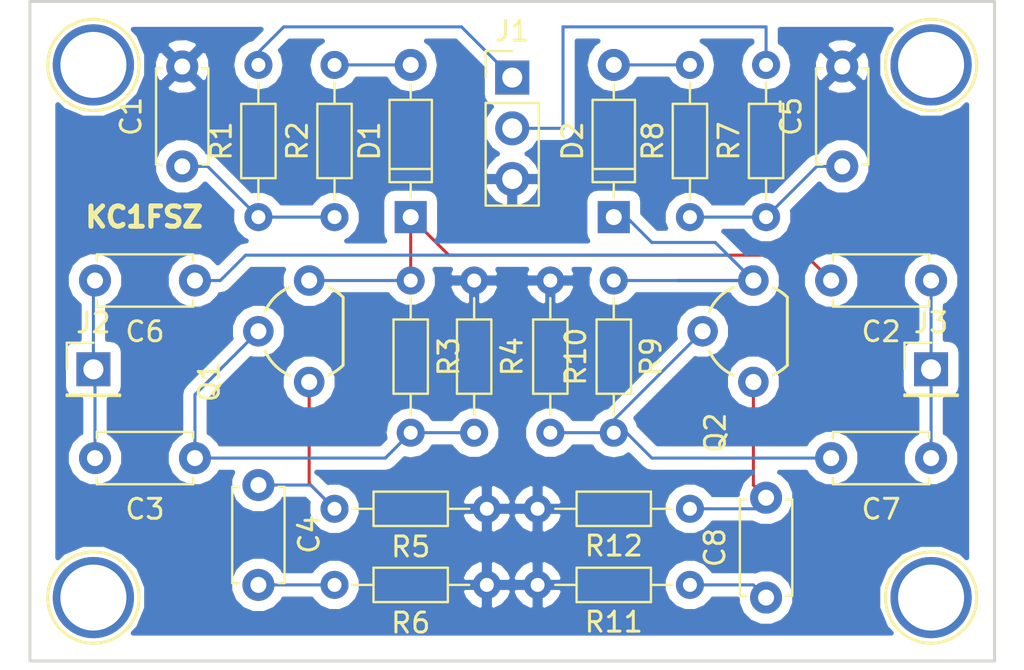
<source format=kicad_pcb>
(kicad_pcb (version 4) (host pcbnew 4.0.7)

  (general
    (links 38)
    (no_connects 0)
    (area 147.207381 83.162 198.23262 117.344)
    (thickness 1.6)
    (drawings 5)
    (tracks 60)
    (zones 0)
    (modules 31)
    (nets 18)
  )

  (page A4)
  (layers
    (0 F.Cu signal)
    (31 B.Cu signal)
    (32 B.Adhes user)
    (33 F.Adhes user)
    (34 B.Paste user)
    (35 F.Paste user)
    (36 B.SilkS user)
    (37 F.SilkS user)
    (38 B.Mask user)
    (39 F.Mask user)
    (40 Dwgs.User user)
    (41 Cmts.User user)
    (42 Eco1.User user)
    (43 Eco2.User user)
    (44 Edge.Cuts user)
    (45 Margin user)
    (46 B.CrtYd user)
    (47 F.CrtYd user)
    (48 B.Fab user)
    (49 F.Fab user)
  )

  (setup
    (last_trace_width 0.01)
    (trace_clearance 0.01)
    (zone_clearance 0.508)
    (zone_45_only no)
    (trace_min 0.01)
    (segment_width 0.2)
    (edge_width 0.15)
    (via_size 0.027)
    (via_drill 0.013)
    (via_min_size 0.027)
    (via_min_drill 0.013)
    (uvia_size 0.3)
    (uvia_drill 0.1)
    (uvias_allowed no)
    (uvia_min_size 0.2)
    (uvia_min_drill 0.1)
    (pcb_text_width 0.3)
    (pcb_text_size 1.5 1.5)
    (mod_edge_width 0.15)
    (mod_text_size 1 1)
    (mod_text_width 0.15)
    (pad_size 4.064 4.064)
    (pad_drill 3.302)
    (pad_to_mask_clearance 0.2)
    (aux_axis_origin 0 0)
    (visible_elements FFFFFF7F)
    (pcbplotparams
      (layerselection 0x010f0_80000001)
      (usegerberextensions true)
      (excludeedgelayer true)
      (linewidth 0.100000)
      (plotframeref false)
      (viasonmask false)
      (mode 1)
      (useauxorigin false)
      (hpglpennumber 1)
      (hpglpenspeed 20)
      (hpglpendiameter 15)
      (hpglpenoverlay 2)
      (psnegative false)
      (psa4output false)
      (plotreference true)
      (plotvalue false)
      (plotinvisibletext false)
      (padsonsilk false)
      (subtractmaskfromsilk true)
      (outputformat 1)
      (mirror false)
      (drillshape 0)
      (scaleselection 1)
      (outputdirectory PLOTS/))
  )

  (net 0 "")
  (net 1 "Net-(C1-Pad1)")
  (net 2 GND)
  (net 3 RF_RIGHT)
  (net 4 "Net-(C2-Pad2)")
  (net 5 "Net-(C3-Pad1)")
  (net 6 RF_LEFT)
  (net 7 "Net-(C4-Pad1)")
  (net 8 "Net-(C4-Pad2)")
  (net 9 "Net-(C5-Pad1)")
  (net 10 "Net-(C6-Pad1)")
  (net 11 "Net-(C7-Pad2)")
  (net 12 "Net-(C8-Pad1)")
  (net 13 "Net-(C8-Pad2)")
  (net 14 "Net-(D1-Pad2)")
  (net 15 "Net-(D2-Pad2)")
  (net 16 RX_PWR)
  (net 17 TX_PWR)

  (net_class Default "This is the default net class."
    (clearance 0.01)
    (trace_width 0.01)
    (via_dia 0.027)
    (via_drill 0.013)
    (uvia_dia 0.3)
    (uvia_drill 0.1)
    (add_net GND)
    (add_net "Net-(C1-Pad1)")
    (add_net "Net-(C2-Pad2)")
    (add_net "Net-(C3-Pad1)")
    (add_net "Net-(C4-Pad1)")
    (add_net "Net-(C4-Pad2)")
    (add_net "Net-(C5-Pad1)")
    (add_net "Net-(C6-Pad1)")
    (add_net "Net-(C7-Pad2)")
    (add_net "Net-(C8-Pad1)")
    (add_net "Net-(C8-Pad2)")
    (add_net "Net-(D1-Pad2)")
    (add_net "Net-(D2-Pad2)")
    (add_net RF_LEFT)
    (add_net RF_RIGHT)
    (add_net RX_PWR)
    (add_net TX_PWR)
  )

  (module Capacitors_THT:C_Disc_D4.7mm_W2.5mm_P5.00mm (layer F.Cu) (tedit 597BC7C2) (tstamp 5AF18B93)
    (at 156.21 92.075 90)
    (descr "C, Disc series, Radial, pin pitch=5.00mm, , diameter*width=4.7*2.5mm^2, Capacitor, http://www.vishay.com/docs/45233/krseries.pdf")
    (tags "C Disc series Radial pin pitch 5.00mm  diameter 4.7mm width 2.5mm Capacitor")
    (path /5AF11D96)
    (fp_text reference C1 (at 2.5 -2.56 90) (layer F.SilkS)
      (effects (font (size 1 1) (thickness 0.15)))
    )
    (fp_text value C (at 2.5 2.56 90) (layer F.Fab)
      (effects (font (size 1 1) (thickness 0.15)))
    )
    (fp_line (start 0.15 -1.25) (end 0.15 1.25) (layer F.Fab) (width 0.1))
    (fp_line (start 0.15 1.25) (end 4.85 1.25) (layer F.Fab) (width 0.1))
    (fp_line (start 4.85 1.25) (end 4.85 -1.25) (layer F.Fab) (width 0.1))
    (fp_line (start 4.85 -1.25) (end 0.15 -1.25) (layer F.Fab) (width 0.1))
    (fp_line (start 0.09 -1.31) (end 4.91 -1.31) (layer F.SilkS) (width 0.12))
    (fp_line (start 0.09 1.31) (end 4.91 1.31) (layer F.SilkS) (width 0.12))
    (fp_line (start 0.09 -1.31) (end 0.09 -0.996) (layer F.SilkS) (width 0.12))
    (fp_line (start 0.09 0.996) (end 0.09 1.31) (layer F.SilkS) (width 0.12))
    (fp_line (start 4.91 -1.31) (end 4.91 -0.996) (layer F.SilkS) (width 0.12))
    (fp_line (start 4.91 0.996) (end 4.91 1.31) (layer F.SilkS) (width 0.12))
    (fp_line (start -1.05 -1.6) (end -1.05 1.6) (layer F.CrtYd) (width 0.05))
    (fp_line (start -1.05 1.6) (end 6.05 1.6) (layer F.CrtYd) (width 0.05))
    (fp_line (start 6.05 1.6) (end 6.05 -1.6) (layer F.CrtYd) (width 0.05))
    (fp_line (start 6.05 -1.6) (end -1.05 -1.6) (layer F.CrtYd) (width 0.05))
    (fp_text user %R (at 2.5 0 90) (layer F.Fab)
      (effects (font (size 1 1) (thickness 0.15)))
    )
    (pad 1 thru_hole circle (at 0 0 90) (size 1.6 1.6) (drill 0.8) (layers *.Cu *.Mask)
      (net 1 "Net-(C1-Pad1)"))
    (pad 2 thru_hole circle (at 5 0 90) (size 1.6 1.6) (drill 0.8) (layers *.Cu *.Mask)
      (net 2 GND))
    (model ${KISYS3DMOD}/Capacitors_THT.3dshapes/C_Disc_D4.7mm_W2.5mm_P5.00mm.wrl
      (at (xyz 0 0 0))
      (scale (xyz 1 1 1))
      (rotate (xyz 0 0 0))
    )
  )

  (module Capacitors_THT:C_Disc_D4.7mm_W2.5mm_P5.00mm (layer F.Cu) (tedit 597BC7C2) (tstamp 5AF18B99)
    (at 193.675 97.79 180)
    (descr "C, Disc series, Radial, pin pitch=5.00mm, , diameter*width=4.7*2.5mm^2, Capacitor, http://www.vishay.com/docs/45233/krseries.pdf")
    (tags "C Disc series Radial pin pitch 5.00mm  diameter 4.7mm width 2.5mm Capacitor")
    (path /5AF13BA7)
    (fp_text reference C2 (at 2.5 -2.56 180) (layer F.SilkS)
      (effects (font (size 1 1) (thickness 0.15)))
    )
    (fp_text value C (at 2.5 2.56 180) (layer F.Fab)
      (effects (font (size 1 1) (thickness 0.15)))
    )
    (fp_line (start 0.15 -1.25) (end 0.15 1.25) (layer F.Fab) (width 0.1))
    (fp_line (start 0.15 1.25) (end 4.85 1.25) (layer F.Fab) (width 0.1))
    (fp_line (start 4.85 1.25) (end 4.85 -1.25) (layer F.Fab) (width 0.1))
    (fp_line (start 4.85 -1.25) (end 0.15 -1.25) (layer F.Fab) (width 0.1))
    (fp_line (start 0.09 -1.31) (end 4.91 -1.31) (layer F.SilkS) (width 0.12))
    (fp_line (start 0.09 1.31) (end 4.91 1.31) (layer F.SilkS) (width 0.12))
    (fp_line (start 0.09 -1.31) (end 0.09 -0.996) (layer F.SilkS) (width 0.12))
    (fp_line (start 0.09 0.996) (end 0.09 1.31) (layer F.SilkS) (width 0.12))
    (fp_line (start 4.91 -1.31) (end 4.91 -0.996) (layer F.SilkS) (width 0.12))
    (fp_line (start 4.91 0.996) (end 4.91 1.31) (layer F.SilkS) (width 0.12))
    (fp_line (start -1.05 -1.6) (end -1.05 1.6) (layer F.CrtYd) (width 0.05))
    (fp_line (start -1.05 1.6) (end 6.05 1.6) (layer F.CrtYd) (width 0.05))
    (fp_line (start 6.05 1.6) (end 6.05 -1.6) (layer F.CrtYd) (width 0.05))
    (fp_line (start 6.05 -1.6) (end -1.05 -1.6) (layer F.CrtYd) (width 0.05))
    (fp_text user %R (at 2.5 0 180) (layer F.Fab)
      (effects (font (size 1 1) (thickness 0.15)))
    )
    (pad 1 thru_hole circle (at 0 0 180) (size 1.6 1.6) (drill 0.8) (layers *.Cu *.Mask)
      (net 3 RF_RIGHT))
    (pad 2 thru_hole circle (at 5 0 180) (size 1.6 1.6) (drill 0.8) (layers *.Cu *.Mask)
      (net 4 "Net-(C2-Pad2)"))
    (model ${KISYS3DMOD}/Capacitors_THT.3dshapes/C_Disc_D4.7mm_W2.5mm_P5.00mm.wrl
      (at (xyz 0 0 0))
      (scale (xyz 1 1 1))
      (rotate (xyz 0 0 0))
    )
  )

  (module Capacitors_THT:C_Disc_D4.7mm_W2.5mm_P5.00mm (layer F.Cu) (tedit 597BC7C2) (tstamp 5AF18B9F)
    (at 156.845 106.68 180)
    (descr "C, Disc series, Radial, pin pitch=5.00mm, , diameter*width=4.7*2.5mm^2, Capacitor, http://www.vishay.com/docs/45233/krseries.pdf")
    (tags "C Disc series Radial pin pitch 5.00mm  diameter 4.7mm width 2.5mm Capacitor")
    (path /5AF13CAE)
    (fp_text reference C3 (at 2.5 -2.56 180) (layer F.SilkS)
      (effects (font (size 1 1) (thickness 0.15)))
    )
    (fp_text value C (at 2.5 2.56 180) (layer F.Fab)
      (effects (font (size 1 1) (thickness 0.15)))
    )
    (fp_line (start 0.15 -1.25) (end 0.15 1.25) (layer F.Fab) (width 0.1))
    (fp_line (start 0.15 1.25) (end 4.85 1.25) (layer F.Fab) (width 0.1))
    (fp_line (start 4.85 1.25) (end 4.85 -1.25) (layer F.Fab) (width 0.1))
    (fp_line (start 4.85 -1.25) (end 0.15 -1.25) (layer F.Fab) (width 0.1))
    (fp_line (start 0.09 -1.31) (end 4.91 -1.31) (layer F.SilkS) (width 0.12))
    (fp_line (start 0.09 1.31) (end 4.91 1.31) (layer F.SilkS) (width 0.12))
    (fp_line (start 0.09 -1.31) (end 0.09 -0.996) (layer F.SilkS) (width 0.12))
    (fp_line (start 0.09 0.996) (end 0.09 1.31) (layer F.SilkS) (width 0.12))
    (fp_line (start 4.91 -1.31) (end 4.91 -0.996) (layer F.SilkS) (width 0.12))
    (fp_line (start 4.91 0.996) (end 4.91 1.31) (layer F.SilkS) (width 0.12))
    (fp_line (start -1.05 -1.6) (end -1.05 1.6) (layer F.CrtYd) (width 0.05))
    (fp_line (start -1.05 1.6) (end 6.05 1.6) (layer F.CrtYd) (width 0.05))
    (fp_line (start 6.05 1.6) (end 6.05 -1.6) (layer F.CrtYd) (width 0.05))
    (fp_line (start 6.05 -1.6) (end -1.05 -1.6) (layer F.CrtYd) (width 0.05))
    (fp_text user %R (at 2.5 0 180) (layer F.Fab)
      (effects (font (size 1 1) (thickness 0.15)))
    )
    (pad 1 thru_hole circle (at 0 0 180) (size 1.6 1.6) (drill 0.8) (layers *.Cu *.Mask)
      (net 5 "Net-(C3-Pad1)"))
    (pad 2 thru_hole circle (at 5 0 180) (size 1.6 1.6) (drill 0.8) (layers *.Cu *.Mask)
      (net 6 RF_LEFT))
    (model ${KISYS3DMOD}/Capacitors_THT.3dshapes/C_Disc_D4.7mm_W2.5mm_P5.00mm.wrl
      (at (xyz 0 0 0))
      (scale (xyz 1 1 1))
      (rotate (xyz 0 0 0))
    )
  )

  (module Capacitors_THT:C_Disc_D4.7mm_W2.5mm_P5.00mm (layer F.Cu) (tedit 5AF2DA1C) (tstamp 5AF18BA5)
    (at 160.02 113.03 90)
    (descr "C, Disc series, Radial, pin pitch=5.00mm, , diameter*width=4.7*2.5mm^2, Capacitor, http://www.vishay.com/docs/45233/krseries.pdf")
    (tags "C Disc series Radial pin pitch 5.00mm  diameter 4.7mm width 2.5mm Capacitor")
    (path /5AF121F4)
    (fp_text reference C4 (at 2.54 2.54 90) (layer F.SilkS)
      (effects (font (size 1 1) (thickness 0.15)))
    )
    (fp_text value C (at 2.5 2.56 90) (layer F.Fab)
      (effects (font (size 1 1) (thickness 0.15)))
    )
    (fp_line (start 0.15 -1.25) (end 0.15 1.25) (layer F.Fab) (width 0.1))
    (fp_line (start 0.15 1.25) (end 4.85 1.25) (layer F.Fab) (width 0.1))
    (fp_line (start 4.85 1.25) (end 4.85 -1.25) (layer F.Fab) (width 0.1))
    (fp_line (start 4.85 -1.25) (end 0.15 -1.25) (layer F.Fab) (width 0.1))
    (fp_line (start 0.09 -1.31) (end 4.91 -1.31) (layer F.SilkS) (width 0.12))
    (fp_line (start 0.09 1.31) (end 4.91 1.31) (layer F.SilkS) (width 0.12))
    (fp_line (start 0.09 -1.31) (end 0.09 -0.996) (layer F.SilkS) (width 0.12))
    (fp_line (start 0.09 0.996) (end 0.09 1.31) (layer F.SilkS) (width 0.12))
    (fp_line (start 4.91 -1.31) (end 4.91 -0.996) (layer F.SilkS) (width 0.12))
    (fp_line (start 4.91 0.996) (end 4.91 1.31) (layer F.SilkS) (width 0.12))
    (fp_line (start -1.05 -1.6) (end -1.05 1.6) (layer F.CrtYd) (width 0.05))
    (fp_line (start -1.05 1.6) (end 6.05 1.6) (layer F.CrtYd) (width 0.05))
    (fp_line (start 6.05 1.6) (end 6.05 -1.6) (layer F.CrtYd) (width 0.05))
    (fp_line (start 6.05 -1.6) (end -1.05 -1.6) (layer F.CrtYd) (width 0.05))
    (fp_text user %R (at 2.5 0 90) (layer F.Fab)
      (effects (font (size 1 1) (thickness 0.15)))
    )
    (pad 1 thru_hole circle (at 0 0 90) (size 1.6 1.6) (drill 0.8) (layers *.Cu *.Mask)
      (net 7 "Net-(C4-Pad1)"))
    (pad 2 thru_hole circle (at 5 0 90) (size 1.6 1.6) (drill 0.8) (layers *.Cu *.Mask)
      (net 8 "Net-(C4-Pad2)"))
    (model ${KISYS3DMOD}/Capacitors_THT.3dshapes/C_Disc_D4.7mm_W2.5mm_P5.00mm.wrl
      (at (xyz 0 0 0))
      (scale (xyz 1 1 1))
      (rotate (xyz 0 0 0))
    )
  )

  (module Capacitors_THT:C_Disc_D4.7mm_W2.5mm_P5.00mm (layer F.Cu) (tedit 597BC7C2) (tstamp 5AF18BAB)
    (at 189.23 92.075 90)
    (descr "C, Disc series, Radial, pin pitch=5.00mm, , diameter*width=4.7*2.5mm^2, Capacitor, http://www.vishay.com/docs/45233/krseries.pdf")
    (tags "C Disc series Radial pin pitch 5.00mm  diameter 4.7mm width 2.5mm Capacitor")
    (path /5AF137CA)
    (fp_text reference C5 (at 2.5 -2.56 90) (layer F.SilkS)
      (effects (font (size 1 1) (thickness 0.15)))
    )
    (fp_text value C (at 2.5 2.56 90) (layer F.Fab)
      (effects (font (size 1 1) (thickness 0.15)))
    )
    (fp_line (start 0.15 -1.25) (end 0.15 1.25) (layer F.Fab) (width 0.1))
    (fp_line (start 0.15 1.25) (end 4.85 1.25) (layer F.Fab) (width 0.1))
    (fp_line (start 4.85 1.25) (end 4.85 -1.25) (layer F.Fab) (width 0.1))
    (fp_line (start 4.85 -1.25) (end 0.15 -1.25) (layer F.Fab) (width 0.1))
    (fp_line (start 0.09 -1.31) (end 4.91 -1.31) (layer F.SilkS) (width 0.12))
    (fp_line (start 0.09 1.31) (end 4.91 1.31) (layer F.SilkS) (width 0.12))
    (fp_line (start 0.09 -1.31) (end 0.09 -0.996) (layer F.SilkS) (width 0.12))
    (fp_line (start 0.09 0.996) (end 0.09 1.31) (layer F.SilkS) (width 0.12))
    (fp_line (start 4.91 -1.31) (end 4.91 -0.996) (layer F.SilkS) (width 0.12))
    (fp_line (start 4.91 0.996) (end 4.91 1.31) (layer F.SilkS) (width 0.12))
    (fp_line (start -1.05 -1.6) (end -1.05 1.6) (layer F.CrtYd) (width 0.05))
    (fp_line (start -1.05 1.6) (end 6.05 1.6) (layer F.CrtYd) (width 0.05))
    (fp_line (start 6.05 1.6) (end 6.05 -1.6) (layer F.CrtYd) (width 0.05))
    (fp_line (start 6.05 -1.6) (end -1.05 -1.6) (layer F.CrtYd) (width 0.05))
    (fp_text user %R (at 2.5 0 90) (layer F.Fab)
      (effects (font (size 1 1) (thickness 0.15)))
    )
    (pad 1 thru_hole circle (at 0 0 90) (size 1.6 1.6) (drill 0.8) (layers *.Cu *.Mask)
      (net 9 "Net-(C5-Pad1)"))
    (pad 2 thru_hole circle (at 5 0 90) (size 1.6 1.6) (drill 0.8) (layers *.Cu *.Mask)
      (net 2 GND))
    (model ${KISYS3DMOD}/Capacitors_THT.3dshapes/C_Disc_D4.7mm_W2.5mm_P5.00mm.wrl
      (at (xyz 0 0 0))
      (scale (xyz 1 1 1))
      (rotate (xyz 0 0 0))
    )
  )

  (module Capacitors_THT:C_Disc_D4.7mm_W2.5mm_P5.00mm (layer F.Cu) (tedit 597BC7C2) (tstamp 5AF18BB1)
    (at 156.845 97.79 180)
    (descr "C, Disc series, Radial, pin pitch=5.00mm, , diameter*width=4.7*2.5mm^2, Capacitor, http://www.vishay.com/docs/45233/krseries.pdf")
    (tags "C Disc series Radial pin pitch 5.00mm  diameter 4.7mm width 2.5mm Capacitor")
    (path /5AF13D47)
    (fp_text reference C6 (at 2.5 -2.56 180) (layer F.SilkS)
      (effects (font (size 1 1) (thickness 0.15)))
    )
    (fp_text value C (at 2.5 2.56 180) (layer F.Fab)
      (effects (font (size 1 1) (thickness 0.15)))
    )
    (fp_line (start 0.15 -1.25) (end 0.15 1.25) (layer F.Fab) (width 0.1))
    (fp_line (start 0.15 1.25) (end 4.85 1.25) (layer F.Fab) (width 0.1))
    (fp_line (start 4.85 1.25) (end 4.85 -1.25) (layer F.Fab) (width 0.1))
    (fp_line (start 4.85 -1.25) (end 0.15 -1.25) (layer F.Fab) (width 0.1))
    (fp_line (start 0.09 -1.31) (end 4.91 -1.31) (layer F.SilkS) (width 0.12))
    (fp_line (start 0.09 1.31) (end 4.91 1.31) (layer F.SilkS) (width 0.12))
    (fp_line (start 0.09 -1.31) (end 0.09 -0.996) (layer F.SilkS) (width 0.12))
    (fp_line (start 0.09 0.996) (end 0.09 1.31) (layer F.SilkS) (width 0.12))
    (fp_line (start 4.91 -1.31) (end 4.91 -0.996) (layer F.SilkS) (width 0.12))
    (fp_line (start 4.91 0.996) (end 4.91 1.31) (layer F.SilkS) (width 0.12))
    (fp_line (start -1.05 -1.6) (end -1.05 1.6) (layer F.CrtYd) (width 0.05))
    (fp_line (start -1.05 1.6) (end 6.05 1.6) (layer F.CrtYd) (width 0.05))
    (fp_line (start 6.05 1.6) (end 6.05 -1.6) (layer F.CrtYd) (width 0.05))
    (fp_line (start 6.05 -1.6) (end -1.05 -1.6) (layer F.CrtYd) (width 0.05))
    (fp_text user %R (at 2.5 0 180) (layer F.Fab)
      (effects (font (size 1 1) (thickness 0.15)))
    )
    (pad 1 thru_hole circle (at 0 0 180) (size 1.6 1.6) (drill 0.8) (layers *.Cu *.Mask)
      (net 10 "Net-(C6-Pad1)"))
    (pad 2 thru_hole circle (at 5 0 180) (size 1.6 1.6) (drill 0.8) (layers *.Cu *.Mask)
      (net 6 RF_LEFT))
    (model ${KISYS3DMOD}/Capacitors_THT.3dshapes/C_Disc_D4.7mm_W2.5mm_P5.00mm.wrl
      (at (xyz 0 0 0))
      (scale (xyz 1 1 1))
      (rotate (xyz 0 0 0))
    )
  )

  (module Capacitors_THT:C_Disc_D4.7mm_W2.5mm_P5.00mm (layer F.Cu) (tedit 597BC7C2) (tstamp 5AF18BB7)
    (at 193.675 106.68 180)
    (descr "C, Disc series, Radial, pin pitch=5.00mm, , diameter*width=4.7*2.5mm^2, Capacitor, http://www.vishay.com/docs/45233/krseries.pdf")
    (tags "C Disc series Radial pin pitch 5.00mm  diameter 4.7mm width 2.5mm Capacitor")
    (path /5AF13C26)
    (fp_text reference C7 (at 2.5 -2.56 180) (layer F.SilkS)
      (effects (font (size 1 1) (thickness 0.15)))
    )
    (fp_text value C (at 2.5 2.56 180) (layer F.Fab)
      (effects (font (size 1 1) (thickness 0.15)))
    )
    (fp_line (start 0.15 -1.25) (end 0.15 1.25) (layer F.Fab) (width 0.1))
    (fp_line (start 0.15 1.25) (end 4.85 1.25) (layer F.Fab) (width 0.1))
    (fp_line (start 4.85 1.25) (end 4.85 -1.25) (layer F.Fab) (width 0.1))
    (fp_line (start 4.85 -1.25) (end 0.15 -1.25) (layer F.Fab) (width 0.1))
    (fp_line (start 0.09 -1.31) (end 4.91 -1.31) (layer F.SilkS) (width 0.12))
    (fp_line (start 0.09 1.31) (end 4.91 1.31) (layer F.SilkS) (width 0.12))
    (fp_line (start 0.09 -1.31) (end 0.09 -0.996) (layer F.SilkS) (width 0.12))
    (fp_line (start 0.09 0.996) (end 0.09 1.31) (layer F.SilkS) (width 0.12))
    (fp_line (start 4.91 -1.31) (end 4.91 -0.996) (layer F.SilkS) (width 0.12))
    (fp_line (start 4.91 0.996) (end 4.91 1.31) (layer F.SilkS) (width 0.12))
    (fp_line (start -1.05 -1.6) (end -1.05 1.6) (layer F.CrtYd) (width 0.05))
    (fp_line (start -1.05 1.6) (end 6.05 1.6) (layer F.CrtYd) (width 0.05))
    (fp_line (start 6.05 1.6) (end 6.05 -1.6) (layer F.CrtYd) (width 0.05))
    (fp_line (start 6.05 -1.6) (end -1.05 -1.6) (layer F.CrtYd) (width 0.05))
    (fp_text user %R (at 2.5 0 180) (layer F.Fab)
      (effects (font (size 1 1) (thickness 0.15)))
    )
    (pad 1 thru_hole circle (at 0 0 180) (size 1.6 1.6) (drill 0.8) (layers *.Cu *.Mask)
      (net 3 RF_RIGHT))
    (pad 2 thru_hole circle (at 5 0 180) (size 1.6 1.6) (drill 0.8) (layers *.Cu *.Mask)
      (net 11 "Net-(C7-Pad2)"))
    (model ${KISYS3DMOD}/Capacitors_THT.3dshapes/C_Disc_D4.7mm_W2.5mm_P5.00mm.wrl
      (at (xyz 0 0 0))
      (scale (xyz 1 1 1))
      (rotate (xyz 0 0 0))
    )
  )

  (module Capacitors_THT:C_Disc_D4.7mm_W2.5mm_P5.00mm (layer F.Cu) (tedit 597BC7C2) (tstamp 5AF18BBD)
    (at 185.42 113.665 90)
    (descr "C, Disc series, Radial, pin pitch=5.00mm, , diameter*width=4.7*2.5mm^2, Capacitor, http://www.vishay.com/docs/45233/krseries.pdf")
    (tags "C Disc series Radial pin pitch 5.00mm  diameter 4.7mm width 2.5mm Capacitor")
    (path /5AF137FA)
    (fp_text reference C8 (at 2.5 -2.56 90) (layer F.SilkS)
      (effects (font (size 1 1) (thickness 0.15)))
    )
    (fp_text value C (at 2.5 2.56 90) (layer F.Fab)
      (effects (font (size 1 1) (thickness 0.15)))
    )
    (fp_line (start 0.15 -1.25) (end 0.15 1.25) (layer F.Fab) (width 0.1))
    (fp_line (start 0.15 1.25) (end 4.85 1.25) (layer F.Fab) (width 0.1))
    (fp_line (start 4.85 1.25) (end 4.85 -1.25) (layer F.Fab) (width 0.1))
    (fp_line (start 4.85 -1.25) (end 0.15 -1.25) (layer F.Fab) (width 0.1))
    (fp_line (start 0.09 -1.31) (end 4.91 -1.31) (layer F.SilkS) (width 0.12))
    (fp_line (start 0.09 1.31) (end 4.91 1.31) (layer F.SilkS) (width 0.12))
    (fp_line (start 0.09 -1.31) (end 0.09 -0.996) (layer F.SilkS) (width 0.12))
    (fp_line (start 0.09 0.996) (end 0.09 1.31) (layer F.SilkS) (width 0.12))
    (fp_line (start 4.91 -1.31) (end 4.91 -0.996) (layer F.SilkS) (width 0.12))
    (fp_line (start 4.91 0.996) (end 4.91 1.31) (layer F.SilkS) (width 0.12))
    (fp_line (start -1.05 -1.6) (end -1.05 1.6) (layer F.CrtYd) (width 0.05))
    (fp_line (start -1.05 1.6) (end 6.05 1.6) (layer F.CrtYd) (width 0.05))
    (fp_line (start 6.05 1.6) (end 6.05 -1.6) (layer F.CrtYd) (width 0.05))
    (fp_line (start 6.05 -1.6) (end -1.05 -1.6) (layer F.CrtYd) (width 0.05))
    (fp_text user %R (at 2.5 0 90) (layer F.Fab)
      (effects (font (size 1 1) (thickness 0.15)))
    )
    (pad 1 thru_hole circle (at 0 0 90) (size 1.6 1.6) (drill 0.8) (layers *.Cu *.Mask)
      (net 12 "Net-(C8-Pad1)"))
    (pad 2 thru_hole circle (at 5 0 90) (size 1.6 1.6) (drill 0.8) (layers *.Cu *.Mask)
      (net 13 "Net-(C8-Pad2)"))
    (model ${KISYS3DMOD}/Capacitors_THT.3dshapes/C_Disc_D4.7mm_W2.5mm_P5.00mm.wrl
      (at (xyz 0 0 0))
      (scale (xyz 1 1 1))
      (rotate (xyz 0 0 0))
    )
  )

  (module Diodes_THT:D_DO-35_SOD27_P7.62mm_Horizontal (layer F.Cu) (tedit 5921392F) (tstamp 5AF18BC3)
    (at 167.64 94.615 90)
    (descr "D, DO-35_SOD27 series, Axial, Horizontal, pin pitch=7.62mm, , length*diameter=4*2mm^2, , http://www.diodes.com/_files/packages/DO-35.pdf")
    (tags "D DO-35_SOD27 series Axial Horizontal pin pitch 7.62mm  length 4mm diameter 2mm")
    (path /5AF11DE0)
    (fp_text reference D1 (at 3.81 -2.06 90) (layer F.SilkS)
      (effects (font (size 1 1) (thickness 0.15)))
    )
    (fp_text value D (at 3.81 2.06 90) (layer F.Fab)
      (effects (font (size 1 1) (thickness 0.15)))
    )
    (fp_text user %R (at 3.81 0 90) (layer F.Fab)
      (effects (font (size 1 1) (thickness 0.15)))
    )
    (fp_line (start 1.81 -1) (end 1.81 1) (layer F.Fab) (width 0.1))
    (fp_line (start 1.81 1) (end 5.81 1) (layer F.Fab) (width 0.1))
    (fp_line (start 5.81 1) (end 5.81 -1) (layer F.Fab) (width 0.1))
    (fp_line (start 5.81 -1) (end 1.81 -1) (layer F.Fab) (width 0.1))
    (fp_line (start 0 0) (end 1.81 0) (layer F.Fab) (width 0.1))
    (fp_line (start 7.62 0) (end 5.81 0) (layer F.Fab) (width 0.1))
    (fp_line (start 2.41 -1) (end 2.41 1) (layer F.Fab) (width 0.1))
    (fp_line (start 1.75 -1.06) (end 1.75 1.06) (layer F.SilkS) (width 0.12))
    (fp_line (start 1.75 1.06) (end 5.87 1.06) (layer F.SilkS) (width 0.12))
    (fp_line (start 5.87 1.06) (end 5.87 -1.06) (layer F.SilkS) (width 0.12))
    (fp_line (start 5.87 -1.06) (end 1.75 -1.06) (layer F.SilkS) (width 0.12))
    (fp_line (start 0.98 0) (end 1.75 0) (layer F.SilkS) (width 0.12))
    (fp_line (start 6.64 0) (end 5.87 0) (layer F.SilkS) (width 0.12))
    (fp_line (start 2.41 -1.06) (end 2.41 1.06) (layer F.SilkS) (width 0.12))
    (fp_line (start -1.05 -1.35) (end -1.05 1.35) (layer F.CrtYd) (width 0.05))
    (fp_line (start -1.05 1.35) (end 8.7 1.35) (layer F.CrtYd) (width 0.05))
    (fp_line (start 8.7 1.35) (end 8.7 -1.35) (layer F.CrtYd) (width 0.05))
    (fp_line (start 8.7 -1.35) (end -1.05 -1.35) (layer F.CrtYd) (width 0.05))
    (pad 1 thru_hole rect (at 0 0 90) (size 1.6 1.6) (drill 0.8) (layers *.Cu *.Mask)
      (net 4 "Net-(C2-Pad2)"))
    (pad 2 thru_hole oval (at 7.62 0 90) (size 1.6 1.6) (drill 0.8) (layers *.Cu *.Mask)
      (net 14 "Net-(D1-Pad2)"))
    (model ${KISYS3DMOD}/Diodes_THT.3dshapes/D_DO-35_SOD27_P7.62mm_Horizontal.wrl
      (at (xyz 0 0 0))
      (scale (xyz 0.393701 0.393701 0.393701))
      (rotate (xyz 0 0 0))
    )
  )

  (module Diodes_THT:D_DO-35_SOD27_P7.62mm_Horizontal (layer F.Cu) (tedit 5921392F) (tstamp 5AF18BC9)
    (at 177.8 94.615 90)
    (descr "D, DO-35_SOD27 series, Axial, Horizontal, pin pitch=7.62mm, , length*diameter=4*2mm^2, , http://www.diodes.com/_files/packages/DO-35.pdf")
    (tags "D DO-35_SOD27 series Axial Horizontal pin pitch 7.62mm  length 4mm diameter 2mm")
    (path /5AF137D6)
    (fp_text reference D2 (at 3.81 -2.06 90) (layer F.SilkS)
      (effects (font (size 1 1) (thickness 0.15)))
    )
    (fp_text value D (at 3.81 2.06 90) (layer F.Fab)
      (effects (font (size 1 1) (thickness 0.15)))
    )
    (fp_text user %R (at 3.81 0 90) (layer F.Fab)
      (effects (font (size 1 1) (thickness 0.15)))
    )
    (fp_line (start 1.81 -1) (end 1.81 1) (layer F.Fab) (width 0.1))
    (fp_line (start 1.81 1) (end 5.81 1) (layer F.Fab) (width 0.1))
    (fp_line (start 5.81 1) (end 5.81 -1) (layer F.Fab) (width 0.1))
    (fp_line (start 5.81 -1) (end 1.81 -1) (layer F.Fab) (width 0.1))
    (fp_line (start 0 0) (end 1.81 0) (layer F.Fab) (width 0.1))
    (fp_line (start 7.62 0) (end 5.81 0) (layer F.Fab) (width 0.1))
    (fp_line (start 2.41 -1) (end 2.41 1) (layer F.Fab) (width 0.1))
    (fp_line (start 1.75 -1.06) (end 1.75 1.06) (layer F.SilkS) (width 0.12))
    (fp_line (start 1.75 1.06) (end 5.87 1.06) (layer F.SilkS) (width 0.12))
    (fp_line (start 5.87 1.06) (end 5.87 -1.06) (layer F.SilkS) (width 0.12))
    (fp_line (start 5.87 -1.06) (end 1.75 -1.06) (layer F.SilkS) (width 0.12))
    (fp_line (start 0.98 0) (end 1.75 0) (layer F.SilkS) (width 0.12))
    (fp_line (start 6.64 0) (end 5.87 0) (layer F.SilkS) (width 0.12))
    (fp_line (start 2.41 -1.06) (end 2.41 1.06) (layer F.SilkS) (width 0.12))
    (fp_line (start -1.05 -1.35) (end -1.05 1.35) (layer F.CrtYd) (width 0.05))
    (fp_line (start -1.05 1.35) (end 8.7 1.35) (layer F.CrtYd) (width 0.05))
    (fp_line (start 8.7 1.35) (end 8.7 -1.35) (layer F.CrtYd) (width 0.05))
    (fp_line (start 8.7 -1.35) (end -1.05 -1.35) (layer F.CrtYd) (width 0.05))
    (pad 1 thru_hole rect (at 0 0 90) (size 1.6 1.6) (drill 0.8) (layers *.Cu *.Mask)
      (net 10 "Net-(C6-Pad1)"))
    (pad 2 thru_hole oval (at 7.62 0 90) (size 1.6 1.6) (drill 0.8) (layers *.Cu *.Mask)
      (net 15 "Net-(D2-Pad2)"))
    (model ${KISYS3DMOD}/Diodes_THT.3dshapes/D_DO-35_SOD27_P7.62mm_Horizontal.wrl
      (at (xyz 0 0 0))
      (scale (xyz 0.393701 0.393701 0.393701))
      (rotate (xyz 0 0 0))
    )
  )

  (module Pin_Headers:Pin_Header_Straight_1x03_Pitch2.54mm (layer F.Cu) (tedit 59650532) (tstamp 5AF18BD0)
    (at 172.72 87.63)
    (descr "Through hole straight pin header, 1x03, 2.54mm pitch, single row")
    (tags "Through hole pin header THT 1x03 2.54mm single row")
    (path /5AF1A019)
    (fp_text reference J1 (at 0 -2.33) (layer F.SilkS)
      (effects (font (size 1 1) (thickness 0.15)))
    )
    (fp_text value Conn_01x03 (at 0 7.41) (layer F.Fab)
      (effects (font (size 1 1) (thickness 0.15)))
    )
    (fp_line (start -0.635 -1.27) (end 1.27 -1.27) (layer F.Fab) (width 0.1))
    (fp_line (start 1.27 -1.27) (end 1.27 6.35) (layer F.Fab) (width 0.1))
    (fp_line (start 1.27 6.35) (end -1.27 6.35) (layer F.Fab) (width 0.1))
    (fp_line (start -1.27 6.35) (end -1.27 -0.635) (layer F.Fab) (width 0.1))
    (fp_line (start -1.27 -0.635) (end -0.635 -1.27) (layer F.Fab) (width 0.1))
    (fp_line (start -1.33 6.41) (end 1.33 6.41) (layer F.SilkS) (width 0.12))
    (fp_line (start -1.33 1.27) (end -1.33 6.41) (layer F.SilkS) (width 0.12))
    (fp_line (start 1.33 1.27) (end 1.33 6.41) (layer F.SilkS) (width 0.12))
    (fp_line (start -1.33 1.27) (end 1.33 1.27) (layer F.SilkS) (width 0.12))
    (fp_line (start -1.33 0) (end -1.33 -1.33) (layer F.SilkS) (width 0.12))
    (fp_line (start -1.33 -1.33) (end 0 -1.33) (layer F.SilkS) (width 0.12))
    (fp_line (start -1.8 -1.8) (end -1.8 6.85) (layer F.CrtYd) (width 0.05))
    (fp_line (start -1.8 6.85) (end 1.8 6.85) (layer F.CrtYd) (width 0.05))
    (fp_line (start 1.8 6.85) (end 1.8 -1.8) (layer F.CrtYd) (width 0.05))
    (fp_line (start 1.8 -1.8) (end -1.8 -1.8) (layer F.CrtYd) (width 0.05))
    (fp_text user %R (at 0 2.54 90) (layer F.Fab)
      (effects (font (size 1 1) (thickness 0.15)))
    )
    (pad 1 thru_hole rect (at 0 0) (size 1.7 1.7) (drill 1) (layers *.Cu *.Mask)
      (net 16 RX_PWR))
    (pad 2 thru_hole oval (at 0 2.54) (size 1.7 1.7) (drill 1) (layers *.Cu *.Mask)
      (net 17 TX_PWR))
    (pad 3 thru_hole oval (at 0 5.08) (size 1.7 1.7) (drill 1) (layers *.Cu *.Mask)
      (net 2 GND))
    (model ${KISYS3DMOD}/Pin_Headers.3dshapes/Pin_Header_Straight_1x03_Pitch2.54mm.wrl
      (at (xyz 0 0 0))
      (scale (xyz 1 1 1))
      (rotate (xyz 0 0 0))
    )
  )

  (module Pin_Headers:Pin_Header_Straight_1x01_Pitch2.54mm (layer F.Cu) (tedit 59650532) (tstamp 5AF18BD5)
    (at 151.765 102.235)
    (descr "Through hole straight pin header, 1x01, 2.54mm pitch, single row")
    (tags "Through hole pin header THT 1x01 2.54mm single row")
    (path /5AF18B49)
    (fp_text reference J2 (at 0 -2.33) (layer F.SilkS)
      (effects (font (size 1 1) (thickness 0.15)))
    )
    (fp_text value Conn_01x01 (at 0 2.33) (layer F.Fab)
      (effects (font (size 1 1) (thickness 0.15)))
    )
    (fp_line (start -0.635 -1.27) (end 1.27 -1.27) (layer F.Fab) (width 0.1))
    (fp_line (start 1.27 -1.27) (end 1.27 1.27) (layer F.Fab) (width 0.1))
    (fp_line (start 1.27 1.27) (end -1.27 1.27) (layer F.Fab) (width 0.1))
    (fp_line (start -1.27 1.27) (end -1.27 -0.635) (layer F.Fab) (width 0.1))
    (fp_line (start -1.27 -0.635) (end -0.635 -1.27) (layer F.Fab) (width 0.1))
    (fp_line (start -1.33 1.33) (end 1.33 1.33) (layer F.SilkS) (width 0.12))
    (fp_line (start -1.33 1.27) (end -1.33 1.33) (layer F.SilkS) (width 0.12))
    (fp_line (start 1.33 1.27) (end 1.33 1.33) (layer F.SilkS) (width 0.12))
    (fp_line (start -1.33 1.27) (end 1.33 1.27) (layer F.SilkS) (width 0.12))
    (fp_line (start -1.33 0) (end -1.33 -1.33) (layer F.SilkS) (width 0.12))
    (fp_line (start -1.33 -1.33) (end 0 -1.33) (layer F.SilkS) (width 0.12))
    (fp_line (start -1.8 -1.8) (end -1.8 1.8) (layer F.CrtYd) (width 0.05))
    (fp_line (start -1.8 1.8) (end 1.8 1.8) (layer F.CrtYd) (width 0.05))
    (fp_line (start 1.8 1.8) (end 1.8 -1.8) (layer F.CrtYd) (width 0.05))
    (fp_line (start 1.8 -1.8) (end -1.8 -1.8) (layer F.CrtYd) (width 0.05))
    (fp_text user %R (at 0 0 90) (layer F.Fab)
      (effects (font (size 1 1) (thickness 0.15)))
    )
    (pad 1 thru_hole rect (at 0 0) (size 1.7 1.7) (drill 1) (layers *.Cu *.Mask)
      (net 6 RF_LEFT))
    (model ${KISYS3DMOD}/Pin_Headers.3dshapes/Pin_Header_Straight_1x01_Pitch2.54mm.wrl
      (at (xyz 0 0 0))
      (scale (xyz 1 1 1))
      (rotate (xyz 0 0 0))
    )
  )

  (module Pin_Headers:Pin_Header_Straight_1x01_Pitch2.54mm (layer F.Cu) (tedit 59650532) (tstamp 5AF18BDA)
    (at 193.675 102.235)
    (descr "Through hole straight pin header, 1x01, 2.54mm pitch, single row")
    (tags "Through hole pin header THT 1x01 2.54mm single row")
    (path /5AF18F3B)
    (fp_text reference J3 (at 0 -2.33) (layer F.SilkS)
      (effects (font (size 1 1) (thickness 0.15)))
    )
    (fp_text value Conn_01x01 (at 0 2.33) (layer F.Fab)
      (effects (font (size 1 1) (thickness 0.15)))
    )
    (fp_line (start -0.635 -1.27) (end 1.27 -1.27) (layer F.Fab) (width 0.1))
    (fp_line (start 1.27 -1.27) (end 1.27 1.27) (layer F.Fab) (width 0.1))
    (fp_line (start 1.27 1.27) (end -1.27 1.27) (layer F.Fab) (width 0.1))
    (fp_line (start -1.27 1.27) (end -1.27 -0.635) (layer F.Fab) (width 0.1))
    (fp_line (start -1.27 -0.635) (end -0.635 -1.27) (layer F.Fab) (width 0.1))
    (fp_line (start -1.33 1.33) (end 1.33 1.33) (layer F.SilkS) (width 0.12))
    (fp_line (start -1.33 1.27) (end -1.33 1.33) (layer F.SilkS) (width 0.12))
    (fp_line (start 1.33 1.27) (end 1.33 1.33) (layer F.SilkS) (width 0.12))
    (fp_line (start -1.33 1.27) (end 1.33 1.27) (layer F.SilkS) (width 0.12))
    (fp_line (start -1.33 0) (end -1.33 -1.33) (layer F.SilkS) (width 0.12))
    (fp_line (start -1.33 -1.33) (end 0 -1.33) (layer F.SilkS) (width 0.12))
    (fp_line (start -1.8 -1.8) (end -1.8 1.8) (layer F.CrtYd) (width 0.05))
    (fp_line (start -1.8 1.8) (end 1.8 1.8) (layer F.CrtYd) (width 0.05))
    (fp_line (start 1.8 1.8) (end 1.8 -1.8) (layer F.CrtYd) (width 0.05))
    (fp_line (start 1.8 -1.8) (end -1.8 -1.8) (layer F.CrtYd) (width 0.05))
    (fp_text user %R (at 0 0 90) (layer F.Fab)
      (effects (font (size 1 1) (thickness 0.15)))
    )
    (pad 1 thru_hole rect (at 0 0) (size 1.7 1.7) (drill 1) (layers *.Cu *.Mask)
      (net 3 RF_RIGHT))
    (model ${KISYS3DMOD}/Pin_Headers.3dshapes/Pin_Header_Straight_1x01_Pitch2.54mm.wrl
      (at (xyz 0 0 0))
      (scale (xyz 1 1 1))
      (rotate (xyz 0 0 0))
    )
  )

  (module TO_SOT_Packages_THT:TO-92_Molded_Wide (layer F.Cu) (tedit 54F243CD) (tstamp 5AF18BE1)
    (at 162.56 102.87 90)
    (descr "TO-92 leads molded, wide, drill 0.8mm (see NXP sot054_po.pdf)")
    (tags "to-92 sc-43 sc-43a sot54 PA33 transistor")
    (path /5AF11E99)
    (fp_text reference Q1 (at 0 -5 270) (layer F.SilkS)
      (effects (font (size 1 1) (thickness 0.15)))
    )
    (fp_text value Q_NPN_EBC (at 0 3 90) (layer F.Fab)
      (effects (font (size 1 1) (thickness 0.15)))
    )
    (fp_arc (start 2.54 0) (end 0.34 -1) (angle 41.11209044) (layer F.SilkS) (width 0.15))
    (fp_arc (start 2.54 0) (end 4.74 -1) (angle -41.11210221) (layer F.SilkS) (width 0.15))
    (fp_arc (start 2.54 0) (end 0.84 1.7) (angle 20.5) (layer F.SilkS) (width 0.15))
    (fp_arc (start 2.54 0) (end 4.24 1.7) (angle -20.5) (layer F.SilkS) (width 0.15))
    (fp_line (start -1 1.95) (end -1 -3.55) (layer F.CrtYd) (width 0.05))
    (fp_line (start -1 1.95) (end 6.1 1.95) (layer F.CrtYd) (width 0.05))
    (fp_line (start 0.84 1.7) (end 4.24 1.7) (layer F.SilkS) (width 0.15))
    (fp_line (start -1 -3.55) (end 6.1 -3.55) (layer F.CrtYd) (width 0.05))
    (fp_line (start 6.1 1.95) (end 6.1 -3.55) (layer F.CrtYd) (width 0.05))
    (pad 2 thru_hole circle (at 2.54 -2.54 180) (size 1.524 1.524) (drill 0.8) (layers *.Cu *.Mask)
      (net 5 "Net-(C3-Pad1)"))
    (pad 3 thru_hole circle (at 5.08 0 180) (size 1.524 1.524) (drill 0.8) (layers *.Cu *.Mask)
      (net 4 "Net-(C2-Pad2)"))
    (pad 1 thru_hole circle (at 0 0 180) (size 1.524 1.524) (drill 0.8) (layers *.Cu *.Mask)
      (net 8 "Net-(C4-Pad2)"))
    (model TO_SOT_Packages_THT.3dshapes/TO-92_Molded_Wide.wrl
      (at (xyz 0.1 0 0))
      (scale (xyz 1 1 1))
      (rotate (xyz 0 0 -90))
    )
  )

  (module TO_SOT_Packages_THT:TO-92_Molded_Wide (layer F.Cu) (tedit 5AF2DA37) (tstamp 5AF18BE8)
    (at 184.785 102.87 90)
    (descr "TO-92 leads molded, wide, drill 0.8mm (see NXP sot054_po.pdf)")
    (tags "to-92 sc-43 sc-43a sot54 PA33 transistor")
    (path /5AF137E8)
    (fp_text reference Q2 (at -2.54 -1.905 270) (layer F.SilkS)
      (effects (font (size 1 1) (thickness 0.15)))
    )
    (fp_text value Q_NPN_EBC (at 0 3 90) (layer F.Fab)
      (effects (font (size 1 1) (thickness 0.15)))
    )
    (fp_arc (start 2.54 0) (end 0.34 -1) (angle 41.11209044) (layer F.SilkS) (width 0.15))
    (fp_arc (start 2.54 0) (end 4.74 -1) (angle -41.11210221) (layer F.SilkS) (width 0.15))
    (fp_arc (start 2.54 0) (end 0.84 1.7) (angle 20.5) (layer F.SilkS) (width 0.15))
    (fp_arc (start 2.54 0) (end 4.24 1.7) (angle -20.5) (layer F.SilkS) (width 0.15))
    (fp_line (start -1 1.95) (end -1 -3.55) (layer F.CrtYd) (width 0.05))
    (fp_line (start -1 1.95) (end 6.1 1.95) (layer F.CrtYd) (width 0.05))
    (fp_line (start 0.84 1.7) (end 4.24 1.7) (layer F.SilkS) (width 0.15))
    (fp_line (start -1 -3.55) (end 6.1 -3.55) (layer F.CrtYd) (width 0.05))
    (fp_line (start 6.1 1.95) (end 6.1 -3.55) (layer F.CrtYd) (width 0.05))
    (pad 2 thru_hole circle (at 2.54 -2.54 180) (size 1.524 1.524) (drill 0.8) (layers *.Cu *.Mask)
      (net 11 "Net-(C7-Pad2)"))
    (pad 3 thru_hole circle (at 5.08 0 180) (size 1.524 1.524) (drill 0.8) (layers *.Cu *.Mask)
      (net 10 "Net-(C6-Pad1)"))
    (pad 1 thru_hole circle (at 0 0 180) (size 1.524 1.524) (drill 0.8) (layers *.Cu *.Mask)
      (net 13 "Net-(C8-Pad2)"))
    (model TO_SOT_Packages_THT.3dshapes/TO-92_Molded_Wide.wrl
      (at (xyz 0.1 0 0))
      (scale (xyz 1 1 1))
      (rotate (xyz 0 0 -90))
    )
  )

  (module Resistors_THT:R_Axial_DIN0204_L3.6mm_D1.6mm_P7.62mm_Horizontal (layer F.Cu) (tedit 5874F706) (tstamp 5AF18BEE)
    (at 160.02 94.615 90)
    (descr "Resistor, Axial_DIN0204 series, Axial, Horizontal, pin pitch=7.62mm, 0.16666666666666666W = 1/6W, length*diameter=3.6*1.6mm^2, http://cdn-reichelt.de/documents/datenblatt/B400/1_4W%23YAG.pdf")
    (tags "Resistor Axial_DIN0204 series Axial Horizontal pin pitch 7.62mm 0.16666666666666666W = 1/6W length 3.6mm diameter 1.6mm")
    (path /5AF11D3A)
    (fp_text reference R1 (at 3.81 -1.86 90) (layer F.SilkS)
      (effects (font (size 1 1) (thickness 0.15)))
    )
    (fp_text value 10 (at 3.81 1.86 90) (layer F.Fab)
      (effects (font (size 1 1) (thickness 0.15)))
    )
    (fp_line (start 2.01 -0.8) (end 2.01 0.8) (layer F.Fab) (width 0.1))
    (fp_line (start 2.01 0.8) (end 5.61 0.8) (layer F.Fab) (width 0.1))
    (fp_line (start 5.61 0.8) (end 5.61 -0.8) (layer F.Fab) (width 0.1))
    (fp_line (start 5.61 -0.8) (end 2.01 -0.8) (layer F.Fab) (width 0.1))
    (fp_line (start 0 0) (end 2.01 0) (layer F.Fab) (width 0.1))
    (fp_line (start 7.62 0) (end 5.61 0) (layer F.Fab) (width 0.1))
    (fp_line (start 1.95 -0.86) (end 1.95 0.86) (layer F.SilkS) (width 0.12))
    (fp_line (start 1.95 0.86) (end 5.67 0.86) (layer F.SilkS) (width 0.12))
    (fp_line (start 5.67 0.86) (end 5.67 -0.86) (layer F.SilkS) (width 0.12))
    (fp_line (start 5.67 -0.86) (end 1.95 -0.86) (layer F.SilkS) (width 0.12))
    (fp_line (start 0.88 0) (end 1.95 0) (layer F.SilkS) (width 0.12))
    (fp_line (start 6.74 0) (end 5.67 0) (layer F.SilkS) (width 0.12))
    (fp_line (start -0.95 -1.15) (end -0.95 1.15) (layer F.CrtYd) (width 0.05))
    (fp_line (start -0.95 1.15) (end 8.6 1.15) (layer F.CrtYd) (width 0.05))
    (fp_line (start 8.6 1.15) (end 8.6 -1.15) (layer F.CrtYd) (width 0.05))
    (fp_line (start 8.6 -1.15) (end -0.95 -1.15) (layer F.CrtYd) (width 0.05))
    (pad 1 thru_hole circle (at 0 0 90) (size 1.4 1.4) (drill 0.7) (layers *.Cu *.Mask)
      (net 1 "Net-(C1-Pad1)"))
    (pad 2 thru_hole oval (at 7.62 0 90) (size 1.4 1.4) (drill 0.7) (layers *.Cu *.Mask)
      (net 16 RX_PWR))
    (model ${KISYS3DMOD}/Resistors_THT.3dshapes/R_Axial_DIN0204_L3.6mm_D1.6mm_P7.62mm_Horizontal.wrl
      (at (xyz 0 0 0))
      (scale (xyz 0.393701 0.393701 0.393701))
      (rotate (xyz 0 0 0))
    )
  )

  (module Resistors_THT:R_Axial_DIN0204_L3.6mm_D1.6mm_P7.62mm_Horizontal (layer F.Cu) (tedit 5874F706) (tstamp 5AF18BF4)
    (at 163.83 94.615 90)
    (descr "Resistor, Axial_DIN0204 series, Axial, Horizontal, pin pitch=7.62mm, 0.16666666666666666W = 1/6W, length*diameter=3.6*1.6mm^2, http://cdn-reichelt.de/documents/datenblatt/B400/1_4W%23YAG.pdf")
    (tags "Resistor Axial_DIN0204 series Axial Horizontal pin pitch 7.62mm 0.16666666666666666W = 1/6W length 3.6mm diameter 1.6mm")
    (path /5AF11DBF)
    (fp_text reference R2 (at 3.81 -1.86 90) (layer F.SilkS)
      (effects (font (size 1 1) (thickness 0.15)))
    )
    (fp_text value R (at 3.81 1.86 90) (layer F.Fab)
      (effects (font (size 1 1) (thickness 0.15)))
    )
    (fp_line (start 2.01 -0.8) (end 2.01 0.8) (layer F.Fab) (width 0.1))
    (fp_line (start 2.01 0.8) (end 5.61 0.8) (layer F.Fab) (width 0.1))
    (fp_line (start 5.61 0.8) (end 5.61 -0.8) (layer F.Fab) (width 0.1))
    (fp_line (start 5.61 -0.8) (end 2.01 -0.8) (layer F.Fab) (width 0.1))
    (fp_line (start 0 0) (end 2.01 0) (layer F.Fab) (width 0.1))
    (fp_line (start 7.62 0) (end 5.61 0) (layer F.Fab) (width 0.1))
    (fp_line (start 1.95 -0.86) (end 1.95 0.86) (layer F.SilkS) (width 0.12))
    (fp_line (start 1.95 0.86) (end 5.67 0.86) (layer F.SilkS) (width 0.12))
    (fp_line (start 5.67 0.86) (end 5.67 -0.86) (layer F.SilkS) (width 0.12))
    (fp_line (start 5.67 -0.86) (end 1.95 -0.86) (layer F.SilkS) (width 0.12))
    (fp_line (start 0.88 0) (end 1.95 0) (layer F.SilkS) (width 0.12))
    (fp_line (start 6.74 0) (end 5.67 0) (layer F.SilkS) (width 0.12))
    (fp_line (start -0.95 -1.15) (end -0.95 1.15) (layer F.CrtYd) (width 0.05))
    (fp_line (start -0.95 1.15) (end 8.6 1.15) (layer F.CrtYd) (width 0.05))
    (fp_line (start 8.6 1.15) (end 8.6 -1.15) (layer F.CrtYd) (width 0.05))
    (fp_line (start 8.6 -1.15) (end -0.95 -1.15) (layer F.CrtYd) (width 0.05))
    (pad 1 thru_hole circle (at 0 0 90) (size 1.4 1.4) (drill 0.7) (layers *.Cu *.Mask)
      (net 1 "Net-(C1-Pad1)"))
    (pad 2 thru_hole oval (at 7.62 0 90) (size 1.4 1.4) (drill 0.7) (layers *.Cu *.Mask)
      (net 14 "Net-(D1-Pad2)"))
    (model ${KISYS3DMOD}/Resistors_THT.3dshapes/R_Axial_DIN0204_L3.6mm_D1.6mm_P7.62mm_Horizontal.wrl
      (at (xyz 0 0 0))
      (scale (xyz 0.393701 0.393701 0.393701))
      (rotate (xyz 0 0 0))
    )
  )

  (module Resistors_THT:R_Axial_DIN0204_L3.6mm_D1.6mm_P7.62mm_Horizontal (layer F.Cu) (tedit 5AF2DA7B) (tstamp 5AF18BFA)
    (at 167.64 97.79 270)
    (descr "Resistor, Axial_DIN0204 series, Axial, Horizontal, pin pitch=7.62mm, 0.16666666666666666W = 1/6W, length*diameter=3.6*1.6mm^2, http://cdn-reichelt.de/documents/datenblatt/B400/1_4W%23YAG.pdf")
    (tags "Resistor Axial_DIN0204 series Axial Horizontal pin pitch 7.62mm 0.16666666666666666W = 1/6W length 3.6mm diameter 1.6mm")
    (path /5AF11E22)
    (fp_text reference R3 (at 3.81 -1.905 270) (layer F.SilkS)
      (effects (font (size 1 1) (thickness 0.15)))
    )
    (fp_text value R (at 3.81 1.86 270) (layer F.Fab)
      (effects (font (size 1 1) (thickness 0.15)))
    )
    (fp_line (start 2.01 -0.8) (end 2.01 0.8) (layer F.Fab) (width 0.1))
    (fp_line (start 2.01 0.8) (end 5.61 0.8) (layer F.Fab) (width 0.1))
    (fp_line (start 5.61 0.8) (end 5.61 -0.8) (layer F.Fab) (width 0.1))
    (fp_line (start 5.61 -0.8) (end 2.01 -0.8) (layer F.Fab) (width 0.1))
    (fp_line (start 0 0) (end 2.01 0) (layer F.Fab) (width 0.1))
    (fp_line (start 7.62 0) (end 5.61 0) (layer F.Fab) (width 0.1))
    (fp_line (start 1.95 -0.86) (end 1.95 0.86) (layer F.SilkS) (width 0.12))
    (fp_line (start 1.95 0.86) (end 5.67 0.86) (layer F.SilkS) (width 0.12))
    (fp_line (start 5.67 0.86) (end 5.67 -0.86) (layer F.SilkS) (width 0.12))
    (fp_line (start 5.67 -0.86) (end 1.95 -0.86) (layer F.SilkS) (width 0.12))
    (fp_line (start 0.88 0) (end 1.95 0) (layer F.SilkS) (width 0.12))
    (fp_line (start 6.74 0) (end 5.67 0) (layer F.SilkS) (width 0.12))
    (fp_line (start -0.95 -1.15) (end -0.95 1.15) (layer F.CrtYd) (width 0.05))
    (fp_line (start -0.95 1.15) (end 8.6 1.15) (layer F.CrtYd) (width 0.05))
    (fp_line (start 8.6 1.15) (end 8.6 -1.15) (layer F.CrtYd) (width 0.05))
    (fp_line (start 8.6 -1.15) (end -0.95 -1.15) (layer F.CrtYd) (width 0.05))
    (pad 1 thru_hole circle (at 0 0 270) (size 1.4 1.4) (drill 0.7) (layers *.Cu *.Mask)
      (net 4 "Net-(C2-Pad2)"))
    (pad 2 thru_hole oval (at 7.62 0 270) (size 1.4 1.4) (drill 0.7) (layers *.Cu *.Mask)
      (net 5 "Net-(C3-Pad1)"))
    (model ${KISYS3DMOD}/Resistors_THT.3dshapes/R_Axial_DIN0204_L3.6mm_D1.6mm_P7.62mm_Horizontal.wrl
      (at (xyz 0 0 0))
      (scale (xyz 0.393701 0.393701 0.393701))
      (rotate (xyz 0 0 0))
    )
  )

  (module Resistors_THT:R_Axial_DIN0204_L3.6mm_D1.6mm_P7.62mm_Horizontal (layer F.Cu) (tedit 5AF2DA74) (tstamp 5AF18C00)
    (at 170.815 105.41 90)
    (descr "Resistor, Axial_DIN0204 series, Axial, Horizontal, pin pitch=7.62mm, 0.16666666666666666W = 1/6W, length*diameter=3.6*1.6mm^2, http://cdn-reichelt.de/documents/datenblatt/B400/1_4W%23YAG.pdf")
    (tags "Resistor Axial_DIN0204 series Axial Horizontal pin pitch 7.62mm 0.16666666666666666W = 1/6W length 3.6mm diameter 1.6mm")
    (path /5AF11E58)
    (fp_text reference R4 (at 3.81 1.905 90) (layer F.SilkS)
      (effects (font (size 1 1) (thickness 0.15)))
    )
    (fp_text value R (at 3.81 1.86 90) (layer F.Fab)
      (effects (font (size 1 1) (thickness 0.15)))
    )
    (fp_line (start 2.01 -0.8) (end 2.01 0.8) (layer F.Fab) (width 0.1))
    (fp_line (start 2.01 0.8) (end 5.61 0.8) (layer F.Fab) (width 0.1))
    (fp_line (start 5.61 0.8) (end 5.61 -0.8) (layer F.Fab) (width 0.1))
    (fp_line (start 5.61 -0.8) (end 2.01 -0.8) (layer F.Fab) (width 0.1))
    (fp_line (start 0 0) (end 2.01 0) (layer F.Fab) (width 0.1))
    (fp_line (start 7.62 0) (end 5.61 0) (layer F.Fab) (width 0.1))
    (fp_line (start 1.95 -0.86) (end 1.95 0.86) (layer F.SilkS) (width 0.12))
    (fp_line (start 1.95 0.86) (end 5.67 0.86) (layer F.SilkS) (width 0.12))
    (fp_line (start 5.67 0.86) (end 5.67 -0.86) (layer F.SilkS) (width 0.12))
    (fp_line (start 5.67 -0.86) (end 1.95 -0.86) (layer F.SilkS) (width 0.12))
    (fp_line (start 0.88 0) (end 1.95 0) (layer F.SilkS) (width 0.12))
    (fp_line (start 6.74 0) (end 5.67 0) (layer F.SilkS) (width 0.12))
    (fp_line (start -0.95 -1.15) (end -0.95 1.15) (layer F.CrtYd) (width 0.05))
    (fp_line (start -0.95 1.15) (end 8.6 1.15) (layer F.CrtYd) (width 0.05))
    (fp_line (start 8.6 1.15) (end 8.6 -1.15) (layer F.CrtYd) (width 0.05))
    (fp_line (start 8.6 -1.15) (end -0.95 -1.15) (layer F.CrtYd) (width 0.05))
    (pad 1 thru_hole circle (at 0 0 90) (size 1.4 1.4) (drill 0.7) (layers *.Cu *.Mask)
      (net 5 "Net-(C3-Pad1)"))
    (pad 2 thru_hole oval (at 7.62 0 90) (size 1.4 1.4) (drill 0.7) (layers *.Cu *.Mask)
      (net 2 GND))
    (model ${KISYS3DMOD}/Resistors_THT.3dshapes/R_Axial_DIN0204_L3.6mm_D1.6mm_P7.62mm_Horizontal.wrl
      (at (xyz 0 0 0))
      (scale (xyz 0.393701 0.393701 0.393701))
      (rotate (xyz 0 0 0))
    )
  )

  (module Resistors_THT:R_Axial_DIN0204_L3.6mm_D1.6mm_P7.62mm_Horizontal (layer F.Cu) (tedit 5AF2DA0E) (tstamp 5AF18C06)
    (at 163.83 109.22)
    (descr "Resistor, Axial_DIN0204 series, Axial, Horizontal, pin pitch=7.62mm, 0.16666666666666666W = 1/6W, length*diameter=3.6*1.6mm^2, http://cdn-reichelt.de/documents/datenblatt/B400/1_4W%23YAG.pdf")
    (tags "Resistor Axial_DIN0204 series Axial Horizontal pin pitch 7.62mm 0.16666666666666666W = 1/6W length 3.6mm diameter 1.6mm")
    (path /5AF12148)
    (fp_text reference R5 (at 3.81 1.905) (layer F.SilkS)
      (effects (font (size 1 1) (thickness 0.15)))
    )
    (fp_text value R (at 3.81 1.86) (layer F.Fab)
      (effects (font (size 1 1) (thickness 0.15)))
    )
    (fp_line (start 2.01 -0.8) (end 2.01 0.8) (layer F.Fab) (width 0.1))
    (fp_line (start 2.01 0.8) (end 5.61 0.8) (layer F.Fab) (width 0.1))
    (fp_line (start 5.61 0.8) (end 5.61 -0.8) (layer F.Fab) (width 0.1))
    (fp_line (start 5.61 -0.8) (end 2.01 -0.8) (layer F.Fab) (width 0.1))
    (fp_line (start 0 0) (end 2.01 0) (layer F.Fab) (width 0.1))
    (fp_line (start 7.62 0) (end 5.61 0) (layer F.Fab) (width 0.1))
    (fp_line (start 1.95 -0.86) (end 1.95 0.86) (layer F.SilkS) (width 0.12))
    (fp_line (start 1.95 0.86) (end 5.67 0.86) (layer F.SilkS) (width 0.12))
    (fp_line (start 5.67 0.86) (end 5.67 -0.86) (layer F.SilkS) (width 0.12))
    (fp_line (start 5.67 -0.86) (end 1.95 -0.86) (layer F.SilkS) (width 0.12))
    (fp_line (start 0.88 0) (end 1.95 0) (layer F.SilkS) (width 0.12))
    (fp_line (start 6.74 0) (end 5.67 0) (layer F.SilkS) (width 0.12))
    (fp_line (start -0.95 -1.15) (end -0.95 1.15) (layer F.CrtYd) (width 0.05))
    (fp_line (start -0.95 1.15) (end 8.6 1.15) (layer F.CrtYd) (width 0.05))
    (fp_line (start 8.6 1.15) (end 8.6 -1.15) (layer F.CrtYd) (width 0.05))
    (fp_line (start 8.6 -1.15) (end -0.95 -1.15) (layer F.CrtYd) (width 0.05))
    (pad 1 thru_hole circle (at 0 0) (size 1.4 1.4) (drill 0.7) (layers *.Cu *.Mask)
      (net 8 "Net-(C4-Pad2)"))
    (pad 2 thru_hole oval (at 7.62 0) (size 1.4 1.4) (drill 0.7) (layers *.Cu *.Mask)
      (net 2 GND))
    (model ${KISYS3DMOD}/Resistors_THT.3dshapes/R_Axial_DIN0204_L3.6mm_D1.6mm_P7.62mm_Horizontal.wrl
      (at (xyz 0 0 0))
      (scale (xyz 0.393701 0.393701 0.393701))
      (rotate (xyz 0 0 0))
    )
  )

  (module Resistors_THT:R_Axial_DIN0204_L3.6mm_D1.6mm_P7.62mm_Horizontal (layer F.Cu) (tedit 5AF2DA0A) (tstamp 5AF18C0C)
    (at 163.83 113.03)
    (descr "Resistor, Axial_DIN0204 series, Axial, Horizontal, pin pitch=7.62mm, 0.16666666666666666W = 1/6W, length*diameter=3.6*1.6mm^2, http://cdn-reichelt.de/documents/datenblatt/B400/1_4W%23YAG.pdf")
    (tags "Resistor Axial_DIN0204 series Axial Horizontal pin pitch 7.62mm 0.16666666666666666W = 1/6W length 3.6mm diameter 1.6mm")
    (path /5AF12197)
    (fp_text reference R6 (at 3.81 1.905) (layer F.SilkS)
      (effects (font (size 1 1) (thickness 0.15)))
    )
    (fp_text value R (at 3.81 1.86) (layer F.Fab)
      (effects (font (size 1 1) (thickness 0.15)))
    )
    (fp_line (start 2.01 -0.8) (end 2.01 0.8) (layer F.Fab) (width 0.1))
    (fp_line (start 2.01 0.8) (end 5.61 0.8) (layer F.Fab) (width 0.1))
    (fp_line (start 5.61 0.8) (end 5.61 -0.8) (layer F.Fab) (width 0.1))
    (fp_line (start 5.61 -0.8) (end 2.01 -0.8) (layer F.Fab) (width 0.1))
    (fp_line (start 0 0) (end 2.01 0) (layer F.Fab) (width 0.1))
    (fp_line (start 7.62 0) (end 5.61 0) (layer F.Fab) (width 0.1))
    (fp_line (start 1.95 -0.86) (end 1.95 0.86) (layer F.SilkS) (width 0.12))
    (fp_line (start 1.95 0.86) (end 5.67 0.86) (layer F.SilkS) (width 0.12))
    (fp_line (start 5.67 0.86) (end 5.67 -0.86) (layer F.SilkS) (width 0.12))
    (fp_line (start 5.67 -0.86) (end 1.95 -0.86) (layer F.SilkS) (width 0.12))
    (fp_line (start 0.88 0) (end 1.95 0) (layer F.SilkS) (width 0.12))
    (fp_line (start 6.74 0) (end 5.67 0) (layer F.SilkS) (width 0.12))
    (fp_line (start -0.95 -1.15) (end -0.95 1.15) (layer F.CrtYd) (width 0.05))
    (fp_line (start -0.95 1.15) (end 8.6 1.15) (layer F.CrtYd) (width 0.05))
    (fp_line (start 8.6 1.15) (end 8.6 -1.15) (layer F.CrtYd) (width 0.05))
    (fp_line (start 8.6 -1.15) (end -0.95 -1.15) (layer F.CrtYd) (width 0.05))
    (pad 1 thru_hole circle (at 0 0) (size 1.4 1.4) (drill 0.7) (layers *.Cu *.Mask)
      (net 7 "Net-(C4-Pad1)"))
    (pad 2 thru_hole oval (at 7.62 0) (size 1.4 1.4) (drill 0.7) (layers *.Cu *.Mask)
      (net 2 GND))
    (model ${KISYS3DMOD}/Resistors_THT.3dshapes/R_Axial_DIN0204_L3.6mm_D1.6mm_P7.62mm_Horizontal.wrl
      (at (xyz 0 0 0))
      (scale (xyz 0.393701 0.393701 0.393701))
      (rotate (xyz 0 0 0))
    )
  )

  (module Resistors_THT:R_Axial_DIN0204_L3.6mm_D1.6mm_P7.62mm_Horizontal (layer F.Cu) (tedit 5874F706) (tstamp 5AF18C12)
    (at 185.42 94.615 90)
    (descr "Resistor, Axial_DIN0204 series, Axial, Horizontal, pin pitch=7.62mm, 0.16666666666666666W = 1/6W, length*diameter=3.6*1.6mm^2, http://cdn-reichelt.de/documents/datenblatt/B400/1_4W%23YAG.pdf")
    (tags "Resistor Axial_DIN0204 series Axial Horizontal pin pitch 7.62mm 0.16666666666666666W = 1/6W length 3.6mm diameter 1.6mm")
    (path /5AF137C3)
    (fp_text reference R7 (at 3.81 -1.86 90) (layer F.SilkS)
      (effects (font (size 1 1) (thickness 0.15)))
    )
    (fp_text value 10 (at 3.81 1.86 90) (layer F.Fab)
      (effects (font (size 1 1) (thickness 0.15)))
    )
    (fp_line (start 2.01 -0.8) (end 2.01 0.8) (layer F.Fab) (width 0.1))
    (fp_line (start 2.01 0.8) (end 5.61 0.8) (layer F.Fab) (width 0.1))
    (fp_line (start 5.61 0.8) (end 5.61 -0.8) (layer F.Fab) (width 0.1))
    (fp_line (start 5.61 -0.8) (end 2.01 -0.8) (layer F.Fab) (width 0.1))
    (fp_line (start 0 0) (end 2.01 0) (layer F.Fab) (width 0.1))
    (fp_line (start 7.62 0) (end 5.61 0) (layer F.Fab) (width 0.1))
    (fp_line (start 1.95 -0.86) (end 1.95 0.86) (layer F.SilkS) (width 0.12))
    (fp_line (start 1.95 0.86) (end 5.67 0.86) (layer F.SilkS) (width 0.12))
    (fp_line (start 5.67 0.86) (end 5.67 -0.86) (layer F.SilkS) (width 0.12))
    (fp_line (start 5.67 -0.86) (end 1.95 -0.86) (layer F.SilkS) (width 0.12))
    (fp_line (start 0.88 0) (end 1.95 0) (layer F.SilkS) (width 0.12))
    (fp_line (start 6.74 0) (end 5.67 0) (layer F.SilkS) (width 0.12))
    (fp_line (start -0.95 -1.15) (end -0.95 1.15) (layer F.CrtYd) (width 0.05))
    (fp_line (start -0.95 1.15) (end 8.6 1.15) (layer F.CrtYd) (width 0.05))
    (fp_line (start 8.6 1.15) (end 8.6 -1.15) (layer F.CrtYd) (width 0.05))
    (fp_line (start 8.6 -1.15) (end -0.95 -1.15) (layer F.CrtYd) (width 0.05))
    (pad 1 thru_hole circle (at 0 0 90) (size 1.4 1.4) (drill 0.7) (layers *.Cu *.Mask)
      (net 9 "Net-(C5-Pad1)"))
    (pad 2 thru_hole oval (at 7.62 0 90) (size 1.4 1.4) (drill 0.7) (layers *.Cu *.Mask)
      (net 17 TX_PWR))
    (model ${KISYS3DMOD}/Resistors_THT.3dshapes/R_Axial_DIN0204_L3.6mm_D1.6mm_P7.62mm_Horizontal.wrl
      (at (xyz 0 0 0))
      (scale (xyz 0.393701 0.393701 0.393701))
      (rotate (xyz 0 0 0))
    )
  )

  (module Resistors_THT:R_Axial_DIN0204_L3.6mm_D1.6mm_P7.62mm_Horizontal (layer F.Cu) (tedit 5874F706) (tstamp 5AF18C18)
    (at 181.61 94.615 90)
    (descr "Resistor, Axial_DIN0204 series, Axial, Horizontal, pin pitch=7.62mm, 0.16666666666666666W = 1/6W, length*diameter=3.6*1.6mm^2, http://cdn-reichelt.de/documents/datenblatt/B400/1_4W%23YAG.pdf")
    (tags "Resistor Axial_DIN0204 series Axial Horizontal pin pitch 7.62mm 0.16666666666666666W = 1/6W length 3.6mm diameter 1.6mm")
    (path /5AF137D0)
    (fp_text reference R8 (at 3.81 -1.86 90) (layer F.SilkS)
      (effects (font (size 1 1) (thickness 0.15)))
    )
    (fp_text value R (at 3.81 1.86 90) (layer F.Fab)
      (effects (font (size 1 1) (thickness 0.15)))
    )
    (fp_line (start 2.01 -0.8) (end 2.01 0.8) (layer F.Fab) (width 0.1))
    (fp_line (start 2.01 0.8) (end 5.61 0.8) (layer F.Fab) (width 0.1))
    (fp_line (start 5.61 0.8) (end 5.61 -0.8) (layer F.Fab) (width 0.1))
    (fp_line (start 5.61 -0.8) (end 2.01 -0.8) (layer F.Fab) (width 0.1))
    (fp_line (start 0 0) (end 2.01 0) (layer F.Fab) (width 0.1))
    (fp_line (start 7.62 0) (end 5.61 0) (layer F.Fab) (width 0.1))
    (fp_line (start 1.95 -0.86) (end 1.95 0.86) (layer F.SilkS) (width 0.12))
    (fp_line (start 1.95 0.86) (end 5.67 0.86) (layer F.SilkS) (width 0.12))
    (fp_line (start 5.67 0.86) (end 5.67 -0.86) (layer F.SilkS) (width 0.12))
    (fp_line (start 5.67 -0.86) (end 1.95 -0.86) (layer F.SilkS) (width 0.12))
    (fp_line (start 0.88 0) (end 1.95 0) (layer F.SilkS) (width 0.12))
    (fp_line (start 6.74 0) (end 5.67 0) (layer F.SilkS) (width 0.12))
    (fp_line (start -0.95 -1.15) (end -0.95 1.15) (layer F.CrtYd) (width 0.05))
    (fp_line (start -0.95 1.15) (end 8.6 1.15) (layer F.CrtYd) (width 0.05))
    (fp_line (start 8.6 1.15) (end 8.6 -1.15) (layer F.CrtYd) (width 0.05))
    (fp_line (start 8.6 -1.15) (end -0.95 -1.15) (layer F.CrtYd) (width 0.05))
    (pad 1 thru_hole circle (at 0 0 90) (size 1.4 1.4) (drill 0.7) (layers *.Cu *.Mask)
      (net 9 "Net-(C5-Pad1)"))
    (pad 2 thru_hole oval (at 7.62 0 90) (size 1.4 1.4) (drill 0.7) (layers *.Cu *.Mask)
      (net 15 "Net-(D2-Pad2)"))
    (model ${KISYS3DMOD}/Resistors_THT.3dshapes/R_Axial_DIN0204_L3.6mm_D1.6mm_P7.62mm_Horizontal.wrl
      (at (xyz 0 0 0))
      (scale (xyz 0.393701 0.393701 0.393701))
      (rotate (xyz 0 0 0))
    )
  )

  (module Resistors_THT:R_Axial_DIN0204_L3.6mm_D1.6mm_P7.62mm_Horizontal (layer F.Cu) (tedit 5874F706) (tstamp 5AF18C1E)
    (at 177.8 97.79 270)
    (descr "Resistor, Axial_DIN0204 series, Axial, Horizontal, pin pitch=7.62mm, 0.16666666666666666W = 1/6W, length*diameter=3.6*1.6mm^2, http://cdn-reichelt.de/documents/datenblatt/B400/1_4W%23YAG.pdf")
    (tags "Resistor Axial_DIN0204 series Axial Horizontal pin pitch 7.62mm 0.16666666666666666W = 1/6W length 3.6mm diameter 1.6mm")
    (path /5AF137DC)
    (fp_text reference R9 (at 3.81 -1.86 270) (layer F.SilkS)
      (effects (font (size 1 1) (thickness 0.15)))
    )
    (fp_text value R (at 3.81 1.86 270) (layer F.Fab)
      (effects (font (size 1 1) (thickness 0.15)))
    )
    (fp_line (start 2.01 -0.8) (end 2.01 0.8) (layer F.Fab) (width 0.1))
    (fp_line (start 2.01 0.8) (end 5.61 0.8) (layer F.Fab) (width 0.1))
    (fp_line (start 5.61 0.8) (end 5.61 -0.8) (layer F.Fab) (width 0.1))
    (fp_line (start 5.61 -0.8) (end 2.01 -0.8) (layer F.Fab) (width 0.1))
    (fp_line (start 0 0) (end 2.01 0) (layer F.Fab) (width 0.1))
    (fp_line (start 7.62 0) (end 5.61 0) (layer F.Fab) (width 0.1))
    (fp_line (start 1.95 -0.86) (end 1.95 0.86) (layer F.SilkS) (width 0.12))
    (fp_line (start 1.95 0.86) (end 5.67 0.86) (layer F.SilkS) (width 0.12))
    (fp_line (start 5.67 0.86) (end 5.67 -0.86) (layer F.SilkS) (width 0.12))
    (fp_line (start 5.67 -0.86) (end 1.95 -0.86) (layer F.SilkS) (width 0.12))
    (fp_line (start 0.88 0) (end 1.95 0) (layer F.SilkS) (width 0.12))
    (fp_line (start 6.74 0) (end 5.67 0) (layer F.SilkS) (width 0.12))
    (fp_line (start -0.95 -1.15) (end -0.95 1.15) (layer F.CrtYd) (width 0.05))
    (fp_line (start -0.95 1.15) (end 8.6 1.15) (layer F.CrtYd) (width 0.05))
    (fp_line (start 8.6 1.15) (end 8.6 -1.15) (layer F.CrtYd) (width 0.05))
    (fp_line (start 8.6 -1.15) (end -0.95 -1.15) (layer F.CrtYd) (width 0.05))
    (pad 1 thru_hole circle (at 0 0 270) (size 1.4 1.4) (drill 0.7) (layers *.Cu *.Mask)
      (net 10 "Net-(C6-Pad1)"))
    (pad 2 thru_hole oval (at 7.62 0 270) (size 1.4 1.4) (drill 0.7) (layers *.Cu *.Mask)
      (net 11 "Net-(C7-Pad2)"))
    (model ${KISYS3DMOD}/Resistors_THT.3dshapes/R_Axial_DIN0204_L3.6mm_D1.6mm_P7.62mm_Horizontal.wrl
      (at (xyz 0 0 0))
      (scale (xyz 0.393701 0.393701 0.393701))
      (rotate (xyz 0 0 0))
    )
  )

  (module Resistors_THT:R_Axial_DIN0204_L3.6mm_D1.6mm_P7.62mm_Horizontal (layer F.Cu) (tedit 5AF2DA53) (tstamp 5AF18C24)
    (at 174.625 105.41 90)
    (descr "Resistor, Axial_DIN0204 series, Axial, Horizontal, pin pitch=7.62mm, 0.16666666666666666W = 1/6W, length*diameter=3.6*1.6mm^2, http://cdn-reichelt.de/documents/datenblatt/B400/1_4W%23YAG.pdf")
    (tags "Resistor Axial_DIN0204 series Axial Horizontal pin pitch 7.62mm 0.16666666666666666W = 1/6W length 3.6mm diameter 1.6mm")
    (path /5AF137E2)
    (fp_text reference R10 (at 3.81 1.27 90) (layer F.SilkS)
      (effects (font (size 1 1) (thickness 0.15)))
    )
    (fp_text value R (at 3.81 1.86 90) (layer F.Fab)
      (effects (font (size 1 1) (thickness 0.15)))
    )
    (fp_line (start 2.01 -0.8) (end 2.01 0.8) (layer F.Fab) (width 0.1))
    (fp_line (start 2.01 0.8) (end 5.61 0.8) (layer F.Fab) (width 0.1))
    (fp_line (start 5.61 0.8) (end 5.61 -0.8) (layer F.Fab) (width 0.1))
    (fp_line (start 5.61 -0.8) (end 2.01 -0.8) (layer F.Fab) (width 0.1))
    (fp_line (start 0 0) (end 2.01 0) (layer F.Fab) (width 0.1))
    (fp_line (start 7.62 0) (end 5.61 0) (layer F.Fab) (width 0.1))
    (fp_line (start 1.95 -0.86) (end 1.95 0.86) (layer F.SilkS) (width 0.12))
    (fp_line (start 1.95 0.86) (end 5.67 0.86) (layer F.SilkS) (width 0.12))
    (fp_line (start 5.67 0.86) (end 5.67 -0.86) (layer F.SilkS) (width 0.12))
    (fp_line (start 5.67 -0.86) (end 1.95 -0.86) (layer F.SilkS) (width 0.12))
    (fp_line (start 0.88 0) (end 1.95 0) (layer F.SilkS) (width 0.12))
    (fp_line (start 6.74 0) (end 5.67 0) (layer F.SilkS) (width 0.12))
    (fp_line (start -0.95 -1.15) (end -0.95 1.15) (layer F.CrtYd) (width 0.05))
    (fp_line (start -0.95 1.15) (end 8.6 1.15) (layer F.CrtYd) (width 0.05))
    (fp_line (start 8.6 1.15) (end 8.6 -1.15) (layer F.CrtYd) (width 0.05))
    (fp_line (start 8.6 -1.15) (end -0.95 -1.15) (layer F.CrtYd) (width 0.05))
    (pad 1 thru_hole circle (at 0 0 90) (size 1.4 1.4) (drill 0.7) (layers *.Cu *.Mask)
      (net 11 "Net-(C7-Pad2)"))
    (pad 2 thru_hole oval (at 7.62 0 90) (size 1.4 1.4) (drill 0.7) (layers *.Cu *.Mask)
      (net 2 GND))
    (model ${KISYS3DMOD}/Resistors_THT.3dshapes/R_Axial_DIN0204_L3.6mm_D1.6mm_P7.62mm_Horizontal.wrl
      (at (xyz 0 0 0))
      (scale (xyz 0.393701 0.393701 0.393701))
      (rotate (xyz 0 0 0))
    )
  )

  (module Resistors_THT:R_Axial_DIN0204_L3.6mm_D1.6mm_P7.62mm_Horizontal (layer F.Cu) (tedit 5874F706) (tstamp 5AF18C2A)
    (at 181.61 113.03 180)
    (descr "Resistor, Axial_DIN0204 series, Axial, Horizontal, pin pitch=7.62mm, 0.16666666666666666W = 1/6W, length*diameter=3.6*1.6mm^2, http://cdn-reichelt.de/documents/datenblatt/B400/1_4W%23YAG.pdf")
    (tags "Resistor Axial_DIN0204 series Axial Horizontal pin pitch 7.62mm 0.16666666666666666W = 1/6W length 3.6mm diameter 1.6mm")
    (path /5AF137F4)
    (fp_text reference R11 (at 3.81 -1.86 180) (layer F.SilkS)
      (effects (font (size 1 1) (thickness 0.15)))
    )
    (fp_text value R (at 3.81 1.86 180) (layer F.Fab)
      (effects (font (size 1 1) (thickness 0.15)))
    )
    (fp_line (start 2.01 -0.8) (end 2.01 0.8) (layer F.Fab) (width 0.1))
    (fp_line (start 2.01 0.8) (end 5.61 0.8) (layer F.Fab) (width 0.1))
    (fp_line (start 5.61 0.8) (end 5.61 -0.8) (layer F.Fab) (width 0.1))
    (fp_line (start 5.61 -0.8) (end 2.01 -0.8) (layer F.Fab) (width 0.1))
    (fp_line (start 0 0) (end 2.01 0) (layer F.Fab) (width 0.1))
    (fp_line (start 7.62 0) (end 5.61 0) (layer F.Fab) (width 0.1))
    (fp_line (start 1.95 -0.86) (end 1.95 0.86) (layer F.SilkS) (width 0.12))
    (fp_line (start 1.95 0.86) (end 5.67 0.86) (layer F.SilkS) (width 0.12))
    (fp_line (start 5.67 0.86) (end 5.67 -0.86) (layer F.SilkS) (width 0.12))
    (fp_line (start 5.67 -0.86) (end 1.95 -0.86) (layer F.SilkS) (width 0.12))
    (fp_line (start 0.88 0) (end 1.95 0) (layer F.SilkS) (width 0.12))
    (fp_line (start 6.74 0) (end 5.67 0) (layer F.SilkS) (width 0.12))
    (fp_line (start -0.95 -1.15) (end -0.95 1.15) (layer F.CrtYd) (width 0.05))
    (fp_line (start -0.95 1.15) (end 8.6 1.15) (layer F.CrtYd) (width 0.05))
    (fp_line (start 8.6 1.15) (end 8.6 -1.15) (layer F.CrtYd) (width 0.05))
    (fp_line (start 8.6 -1.15) (end -0.95 -1.15) (layer F.CrtYd) (width 0.05))
    (pad 1 thru_hole circle (at 0 0 180) (size 1.4 1.4) (drill 0.7) (layers *.Cu *.Mask)
      (net 12 "Net-(C8-Pad1)"))
    (pad 2 thru_hole oval (at 7.62 0 180) (size 1.4 1.4) (drill 0.7) (layers *.Cu *.Mask)
      (net 2 GND))
    (model ${KISYS3DMOD}/Resistors_THT.3dshapes/R_Axial_DIN0204_L3.6mm_D1.6mm_P7.62mm_Horizontal.wrl
      (at (xyz 0 0 0))
      (scale (xyz 0.393701 0.393701 0.393701))
      (rotate (xyz 0 0 0))
    )
  )

  (module Resistors_THT:R_Axial_DIN0204_L3.6mm_D1.6mm_P7.62mm_Horizontal (layer F.Cu) (tedit 5874F706) (tstamp 5AF18C30)
    (at 181.61 109.22 180)
    (descr "Resistor, Axial_DIN0204 series, Axial, Horizontal, pin pitch=7.62mm, 0.16666666666666666W = 1/6W, length*diameter=3.6*1.6mm^2, http://cdn-reichelt.de/documents/datenblatt/B400/1_4W%23YAG.pdf")
    (tags "Resistor Axial_DIN0204 series Axial Horizontal pin pitch 7.62mm 0.16666666666666666W = 1/6W length 3.6mm diameter 1.6mm")
    (path /5AF137EE)
    (fp_text reference R12 (at 3.81 -1.86 180) (layer F.SilkS)
      (effects (font (size 1 1) (thickness 0.15)))
    )
    (fp_text value R (at 3.81 1.86 180) (layer F.Fab)
      (effects (font (size 1 1) (thickness 0.15)))
    )
    (fp_line (start 2.01 -0.8) (end 2.01 0.8) (layer F.Fab) (width 0.1))
    (fp_line (start 2.01 0.8) (end 5.61 0.8) (layer F.Fab) (width 0.1))
    (fp_line (start 5.61 0.8) (end 5.61 -0.8) (layer F.Fab) (width 0.1))
    (fp_line (start 5.61 -0.8) (end 2.01 -0.8) (layer F.Fab) (width 0.1))
    (fp_line (start 0 0) (end 2.01 0) (layer F.Fab) (width 0.1))
    (fp_line (start 7.62 0) (end 5.61 0) (layer F.Fab) (width 0.1))
    (fp_line (start 1.95 -0.86) (end 1.95 0.86) (layer F.SilkS) (width 0.12))
    (fp_line (start 1.95 0.86) (end 5.67 0.86) (layer F.SilkS) (width 0.12))
    (fp_line (start 5.67 0.86) (end 5.67 -0.86) (layer F.SilkS) (width 0.12))
    (fp_line (start 5.67 -0.86) (end 1.95 -0.86) (layer F.SilkS) (width 0.12))
    (fp_line (start 0.88 0) (end 1.95 0) (layer F.SilkS) (width 0.12))
    (fp_line (start 6.74 0) (end 5.67 0) (layer F.SilkS) (width 0.12))
    (fp_line (start -0.95 -1.15) (end -0.95 1.15) (layer F.CrtYd) (width 0.05))
    (fp_line (start -0.95 1.15) (end 8.6 1.15) (layer F.CrtYd) (width 0.05))
    (fp_line (start 8.6 1.15) (end 8.6 -1.15) (layer F.CrtYd) (width 0.05))
    (fp_line (start 8.6 -1.15) (end -0.95 -1.15) (layer F.CrtYd) (width 0.05))
    (pad 1 thru_hole circle (at 0 0 180) (size 1.4 1.4) (drill 0.7) (layers *.Cu *.Mask)
      (net 13 "Net-(C8-Pad2)"))
    (pad 2 thru_hole oval (at 7.62 0 180) (size 1.4 1.4) (drill 0.7) (layers *.Cu *.Mask)
      (net 2 GND))
    (model ${KISYS3DMOD}/Resistors_THT.3dshapes/R_Axial_DIN0204_L3.6mm_D1.6mm_P7.62mm_Horizontal.wrl
      (at (xyz 0 0 0))
      (scale (xyz 0.393701 0.393701 0.393701))
      (rotate (xyz 0 0 0))
    )
  )

  (module Connectors:1pin (layer F.Cu) (tedit 5AF3A216) (tstamp 5AFC8E65)
    (at 193.675 86.995)
    (descr "module 1 pin (ou trou mecanique de percage)")
    (tags DEV)
    (fp_text reference REF** (at 0 -3.048) (layer F.SilkS) hide
      (effects (font (size 1 1) (thickness 0.15)))
    )
    (fp_text value 1pin (at 0 2.794) (layer F.Fab)
      (effects (font (size 1 1) (thickness 0.15)))
    )
    (fp_circle (center 0 0) (end 0 -2.286) (layer F.SilkS) (width 0.15))
    (pad 1 thru_hole circle (at 0 0) (size 4.064 4.064) (drill 3.302) (layers *.Cu *.Mask))
  )

  (module Connectors:1pin (layer F.Cu) (tedit 5AF3A2AC) (tstamp 5AFC8E9A)
    (at 193.675 113.665)
    (descr "module 1 pin (ou trou mecanique de percage)")
    (tags DEV)
    (fp_text reference REF** (at 0 -3.048) (layer F.SilkS) hide
      (effects (font (size 1 1) (thickness 0.15)))
    )
    (fp_text value 1pin (at 0 2.794) (layer F.Fab)
      (effects (font (size 1 1) (thickness 0.15)))
    )
    (fp_circle (center 0 0) (end 0 -2.286) (layer F.SilkS) (width 0.15))
    (pad 1 thru_hole circle (at 0 0) (size 4.064 4.064) (drill 3.302) (layers *.Cu *.Mask))
  )

  (module Connectors:1pin (layer F.Cu) (tedit 5AF3A30D) (tstamp 5AFC8EBD)
    (at 151.765 86.995)
    (descr "module 1 pin (ou trou mecanique de percage)")
    (tags DEV)
    (fp_text reference REF** (at 0 -3.048) (layer F.SilkS) hide
      (effects (font (size 1 1) (thickness 0.15)))
    )
    (fp_text value 1pin (at 0 2.794) (layer F.Fab)
      (effects (font (size 1 1) (thickness 0.15)))
    )
    (fp_circle (center 0 0) (end 0 -2.286) (layer F.SilkS) (width 0.15))
    (pad 1 thru_hole circle (at 0 0) (size 4.064 4.064) (drill 3.302) (layers *.Cu *.Mask))
  )

  (module Connectors:1pin (layer F.Cu) (tedit 5AF3A33D) (tstamp 5AFC8EDB)
    (at 151.765 113.665)
    (descr "module 1 pin (ou trou mecanique de percage)")
    (tags DEV)
    (fp_text reference REF** (at 0 -3.048) (layer F.SilkS) hide
      (effects (font (size 1 1) (thickness 0.15)))
    )
    (fp_text value 1pin (at 0 2.794) (layer F.Fab)
      (effects (font (size 1 1) (thickness 0.15)))
    )
    (fp_circle (center 0 0) (end 0 -2.286) (layer F.SilkS) (width 0.15))
    (pad 1 thru_hole circle (at 0 0) (size 4.064 4.064) (drill 3.302) (layers *.Cu *.Mask))
  )

  (gr_text KC1FSZ (at 154.305 94.615) (layer F.SilkS)
    (effects (font (size 1.016 1.016) (thickness 0.254)))
  )
  (gr_line (start 196.85 83.82) (end 148.59 83.82) (angle 90) (layer Edge.Cuts) (width 0.15))
  (gr_line (start 196.85 116.84) (end 196.85 83.82) (angle 90) (layer Edge.Cuts) (width 0.15))
  (gr_line (start 148.59 116.84) (end 196.85 116.84) (angle 90) (layer Edge.Cuts) (width 0.15))
  (gr_line (start 148.59 83.82) (end 148.59 116.84) (angle 90) (layer Edge.Cuts) (width 0.15))

  (segment (start 156.21 92.075) (end 157.48 92.075) (width 0.1524) (layer B.Cu) (net 1))
  (segment (start 157.48 92.075) (end 160.02 94.615) (width 0.1524) (layer B.Cu) (net 1) (tstamp 5AF36FDA))
  (segment (start 160.02 94.615) (end 163.83 94.615) (width 0.1524) (layer B.Cu) (net 1) (tstamp 5AF36FDC))
  (segment (start 193.675 106.68) (end 193.675 102.235) (width 0.1524) (layer B.Cu) (net 3))
  (segment (start 193.675 97.79) (end 193.675 102.235) (width 0.1524) (layer B.Cu) (net 3))
  (segment (start 162.56 97.79) (end 167.64 97.79) (width 0.1524) (layer B.Cu) (net 4))
  (segment (start 167.64 97.79) (end 167.64 94.615) (width 0.1524) (layer F.Cu) (net 4) (tstamp 5AF37298))
  (segment (start 167.64 94.615) (end 169.545 96.52) (width 0.1524) (layer F.Cu) (net 4) (tstamp 5AF3729C))
  (segment (start 169.545 96.52) (end 187.405 96.52) (width 0.1524) (layer F.Cu) (net 4) (tstamp 5AF3729E))
  (segment (start 187.405 96.52) (end 188.675 97.79) (width 0.1524) (layer F.Cu) (net 4) (tstamp 5AF372A8))
  (segment (start 156.845 106.68) (end 166.37 106.68) (width 0.1524) (layer B.Cu) (net 5))
  (segment (start 166.37 106.68) (end 167.64 105.41) (width 0.1524) (layer B.Cu) (net 5) (tstamp 5AF370FB))
  (segment (start 170.815 105.41) (end 167.64 105.41) (width 0.1524) (layer B.Cu) (net 5))
  (segment (start 156.845 106.68) (end 156.845 103.505) (width 0.1524) (layer B.Cu) (net 5))
  (segment (start 156.845 103.505) (end 160.02 100.33) (width 0.1524) (layer B.Cu) (net 5) (tstamp 5AF370BC))
  (segment (start 151.845 106.68) (end 151.845 102.315) (width 0.1524) (layer B.Cu) (net 6))
  (segment (start 151.845 102.315) (end 151.765 102.235) (width 0.1524) (layer B.Cu) (net 6) (tstamp 5AF370B5))
  (segment (start 151.765 102.235) (end 151.765 97.87) (width 0.1524) (layer B.Cu) (net 6))
  (segment (start 151.765 97.87) (end 151.845 97.79) (width 0.1524) (layer B.Cu) (net 6) (tstamp 5AF370B1))
  (segment (start 160.02 113.03) (end 163.83 113.03) (width 0.1524) (layer B.Cu) (net 7))
  (segment (start 162.56 102.87) (end 162.56 107.95) (width 0.1524) (layer F.Cu) (net 8))
  (segment (start 162.56 107.95) (end 163.83 109.22) (width 0.1524) (layer F.Cu) (net 8) (tstamp 5AF372AF))
  (segment (start 160.02 108.03) (end 162.64 108.03) (width 0.1524) (layer B.Cu) (net 8))
  (segment (start 162.64 108.03) (end 163.83 109.22) (width 0.1524) (layer B.Cu) (net 8) (tstamp 5AF37139))
  (segment (start 189.23 92.075) (end 187.96 92.075) (width 0.1524) (layer B.Cu) (net 9))
  (segment (start 187.96 92.075) (end 185.42 94.615) (width 0.1524) (layer B.Cu) (net 9) (tstamp 5AF370A8))
  (segment (start 185.42 94.615) (end 181.61 94.615) (width 0.1524) (layer B.Cu) (net 9) (tstamp 5AF370AA))
  (segment (start 177.8 94.615) (end 178.435 94.615) (width 0.1524) (layer B.Cu) (net 10))
  (segment (start 178.435 94.615) (end 179.705 95.885) (width 0.1524) (layer B.Cu) (net 10) (tstamp 5AF37403))
  (segment (start 182.88 95.885) (end 184.785 97.79) (width 0.1524) (layer B.Cu) (net 10) (tstamp 5AF37408))
  (segment (start 179.705 95.885) (end 182.88 95.885) (width 0.1524) (layer B.Cu) (net 10) (tstamp 5AF37406))
  (segment (start 177.8 97.79) (end 184.785 97.79) (width 0.1524) (layer B.Cu) (net 10))
  (segment (start 156.845 97.79) (end 158.115 97.79) (width 0.1524) (layer B.Cu) (net 10))
  (segment (start 158.115 97.79) (end 159.385 96.52) (width 0.1524) (layer B.Cu) (net 10) (tstamp 5AF37178))
  (segment (start 180.34 96.52) (end 183.515 96.52) (width 0.1524) (layer B.Cu) (net 10) (tstamp 5AF373D4))
  (segment (start 159.385 96.52) (end 180.34 96.52) (width 0.1524) (layer B.Cu) (net 10) (tstamp 5AF37184))
  (segment (start 183.515 96.52) (end 184.785 97.79) (width 0.1524) (layer B.Cu) (net 10) (tstamp 5AF3718A))
  (segment (start 184.785 97.79) (end 180.975 97.79) (width 0.1524) (layer B.Cu) (net 10))
  (segment (start 177.8 105.41) (end 178.435 105.41) (width 0.1524) (layer B.Cu) (net 11))
  (segment (start 178.435 105.41) (end 179.705 106.68) (width 0.1524) (layer B.Cu) (net 11) (tstamp 5AF37100))
  (segment (start 179.705 106.68) (end 188.675 106.68) (width 0.1524) (layer B.Cu) (net 11) (tstamp 5AF37107))
  (segment (start 174.625 105.41) (end 177.8 105.41) (width 0.1524) (layer B.Cu) (net 11))
  (segment (start 177.8 105.41) (end 177.8 104.775) (width 0.1524) (layer B.Cu) (net 11))
  (segment (start 177.8 104.775) (end 182.245 100.33) (width 0.1524) (layer B.Cu) (net 11) (tstamp 5AF370E9))
  (segment (start 181.61 113.03) (end 184.785 113.03) (width 0.1524) (layer B.Cu) (net 12))
  (segment (start 184.785 113.03) (end 185.42 113.665) (width 0.1524) (layer B.Cu) (net 12) (tstamp 5AF371EC))
  (segment (start 184.785 102.87) (end 184.785 108.03) (width 0.1524) (layer F.Cu) (net 13))
  (segment (start 184.785 108.03) (end 185.42 108.665) (width 0.1524) (layer F.Cu) (net 13) (tstamp 5AF372B9))
  (segment (start 181.61 109.22) (end 184.865 109.22) (width 0.1524) (layer B.Cu) (net 13))
  (segment (start 184.865 109.22) (end 185.42 108.665) (width 0.1524) (layer B.Cu) (net 13) (tstamp 5AF37151))
  (segment (start 163.83 86.995) (end 167.64 86.995) (width 0.1524) (layer B.Cu) (net 14))
  (segment (start 177.8 86.995) (end 181.61 86.995) (width 0.1524) (layer B.Cu) (net 15))
  (segment (start 160.02 86.995) (end 160.02 86.36) (width 0.1524) (layer B.Cu) (net 16))
  (segment (start 160.02 86.36) (end 161.29 85.09) (width 0.1524) (layer B.Cu) (net 16) (tstamp 5AF36FEB))
  (segment (start 161.29 85.09) (end 170.18 85.09) (width 0.1524) (layer B.Cu) (net 16) (tstamp 5AF36FEC))
  (segment (start 170.18 85.09) (end 172.72 87.63) (width 0.1524) (layer B.Cu) (net 16) (tstamp 5AF36FF0))
  (segment (start 172.72 90.17) (end 175.26 90.17) (width 0.1524) (layer B.Cu) (net 17))
  (segment (start 185.42 85.09) (end 185.42 86.995) (width 0.1524) (layer B.Cu) (net 17) (tstamp 5AF3700F))
  (segment (start 175.26 85.09) (end 185.42 85.09) (width 0.1524) (layer B.Cu) (net 17) (tstamp 5AF3700E))
  (segment (start 175.26 90.17) (end 175.26 85.09) (width 0.1524) (layer B.Cu) (net 17) (tstamp 5AF3700C))

  (zone (net 2) (net_name GND) (layer B.Cu) (tstamp 5AF36EED) (hatch edge 0.508)
    (connect_pads (clearance 0.508))
    (min_thickness 0.254)
    (fill yes (arc_segments 16) (thermal_gap 0.508) (thermal_bridge_width 0.508))
    (polygon
      (pts
        (xy 195.58 115.57) (xy 149.86 115.57) (xy 149.86 85.09) (xy 195.58 85.09)
      )
    )
    (filled_polygon
      (pts
        (xy 159.670932 85.70328) (xy 159.509118 85.735467) (xy 159.076012 86.024858) (xy 158.786621 86.457964) (xy 158.685 86.968846)
        (xy 158.685 87.021154) (xy 158.786621 87.532036) (xy 159.076012 87.965142) (xy 159.509118 88.254533) (xy 160.02 88.356154)
        (xy 160.530882 88.254533) (xy 160.963988 87.965142) (xy 161.253379 87.532036) (xy 161.355 87.021154) (xy 161.355 86.968846)
        (xy 161.253379 86.457964) (xy 161.12298 86.262808) (xy 161.584589 85.8012) (xy 163.220741 85.8012) (xy 162.886012 86.024858)
        (xy 162.596621 86.457964) (xy 162.495 86.968846) (xy 162.495 87.021154) (xy 162.596621 87.532036) (xy 162.886012 87.965142)
        (xy 163.319118 88.254533) (xy 163.83 88.356154) (xy 164.340882 88.254533) (xy 164.773988 87.965142) (xy 164.947007 87.7062)
        (xy 166.403726 87.7062) (xy 166.625302 88.037811) (xy 167.090849 88.34888) (xy 167.64 88.458113) (xy 168.189151 88.34888)
        (xy 168.654698 88.037811) (xy 168.965767 87.572264) (xy 169.075 87.023113) (xy 169.075 86.966887) (xy 168.965767 86.417736)
        (xy 168.654698 85.952189) (xy 168.428727 85.8012) (xy 169.885412 85.8012) (xy 171.22256 87.138349) (xy 171.22256 88.48)
        (xy 171.266838 88.715317) (xy 171.40591 88.931441) (xy 171.61811 89.076431) (xy 171.685541 89.090086) (xy 171.640853 89.119946)
        (xy 171.318946 89.601715) (xy 171.205907 90.17) (xy 171.318946 90.738285) (xy 171.640853 91.220054) (xy 171.981553 91.447702)
        (xy 171.838642 91.514817) (xy 171.448355 91.943076) (xy 171.278524 92.35311) (xy 171.399845 92.583) (xy 172.593 92.583)
        (xy 172.593 92.563) (xy 172.847 92.563) (xy 172.847 92.583) (xy 174.040155 92.583) (xy 174.161476 92.35311)
        (xy 173.991645 91.943076) (xy 173.601358 91.514817) (xy 173.458447 91.447702) (xy 173.799147 91.220054) (xy 174.025561 90.8812)
        (xy 175.26 90.8812) (xy 175.532164 90.827063) (xy 175.762894 90.672894) (xy 175.917063 90.442164) (xy 175.9712 90.17)
        (xy 175.9712 85.8012) (xy 177.011273 85.8012) (xy 176.785302 85.952189) (xy 176.474233 86.417736) (xy 176.365 86.966887)
        (xy 176.365 87.023113) (xy 176.474233 87.572264) (xy 176.785302 88.037811) (xy 177.250849 88.34888) (xy 177.8 88.458113)
        (xy 178.349151 88.34888) (xy 178.814698 88.037811) (xy 179.036274 87.7062) (xy 180.492993 87.7062) (xy 180.666012 87.965142)
        (xy 181.099118 88.254533) (xy 181.61 88.356154) (xy 182.120882 88.254533) (xy 182.553988 87.965142) (xy 182.843379 87.532036)
        (xy 182.945 87.021154) (xy 182.945 86.968846) (xy 182.843379 86.457964) (xy 182.553988 86.024858) (xy 182.219259 85.8012)
        (xy 184.7088 85.8012) (xy 184.7088 85.869315) (xy 184.476012 86.024858) (xy 184.186621 86.457964) (xy 184.085 86.968846)
        (xy 184.085 87.021154) (xy 184.186621 87.532036) (xy 184.476012 87.965142) (xy 184.909118 88.254533) (xy 185.42 88.356154)
        (xy 185.930882 88.254533) (xy 186.187981 88.082745) (xy 188.401861 88.082745) (xy 188.475995 88.328864) (xy 189.013223 88.521965)
        (xy 189.583454 88.494778) (xy 189.984005 88.328864) (xy 190.058139 88.082745) (xy 189.23 87.254605) (xy 188.401861 88.082745)
        (xy 186.187981 88.082745) (xy 186.363988 87.965142) (xy 186.653379 87.532036) (xy 186.755 87.021154) (xy 186.755 86.968846)
        (xy 186.732996 86.858223) (xy 187.783035 86.858223) (xy 187.810222 87.428454) (xy 187.976136 87.829005) (xy 188.222255 87.903139)
        (xy 189.050395 87.075) (xy 189.409605 87.075) (xy 190.237745 87.903139) (xy 190.483864 87.829005) (xy 190.676965 87.291777)
        (xy 190.649778 86.721546) (xy 190.483864 86.320995) (xy 190.237745 86.246861) (xy 189.409605 87.075) (xy 189.050395 87.075)
        (xy 188.222255 86.246861) (xy 187.976136 86.320995) (xy 187.783035 86.858223) (xy 186.732996 86.858223) (xy 186.653379 86.457964)
        (xy 186.392317 86.067255) (xy 188.401861 86.067255) (xy 189.23 86.895395) (xy 190.058139 86.067255) (xy 189.984005 85.821136)
        (xy 189.446777 85.628035) (xy 188.876546 85.655222) (xy 188.475995 85.821136) (xy 188.401861 86.067255) (xy 186.392317 86.067255)
        (xy 186.363988 86.024858) (xy 186.1312 85.869315) (xy 186.1312 85.217) (xy 191.681102 85.217) (xy 191.415345 85.482293)
        (xy 191.008464 86.462173) (xy 191.007538 87.523172) (xy 191.412709 88.503761) (xy 192.162293 89.254655) (xy 193.142173 89.661536)
        (xy 194.203172 89.662462) (xy 195.183761 89.257291) (xy 195.453 88.988522) (xy 195.453 111.671102) (xy 195.187707 111.405345)
        (xy 194.207827 110.998464) (xy 193.146828 110.997538) (xy 192.166239 111.402709) (xy 191.415345 112.152293) (xy 191.008464 113.132173)
        (xy 191.007538 114.193172) (xy 191.412709 115.173761) (xy 191.681478 115.443) (xy 153.758898 115.443) (xy 154.024655 115.177707)
        (xy 154.431536 114.197827) (xy 154.432307 113.314187) (xy 158.584752 113.314187) (xy 158.802757 113.8418) (xy 159.206077 114.245824)
        (xy 159.733309 114.46475) (xy 160.304187 114.465248) (xy 160.8318 114.247243) (xy 161.235824 113.843923) (xy 161.278478 113.7412)
        (xy 162.67939 113.7412) (xy 162.697582 113.785229) (xy 163.072796 114.161098) (xy 163.563287 114.364768) (xy 164.094383 114.365231)
        (xy 164.585229 114.162418) (xy 164.961098 113.787204) (xy 165.137106 113.363329) (xy 170.157284 113.363329) (xy 170.300203 113.708396)
        (xy 170.647337 114.096764) (xy 171.116669 114.322727) (xy 171.323 114.200206) (xy 171.323 113.157) (xy 171.577 113.157)
        (xy 171.577 114.200206) (xy 171.783331 114.322727) (xy 172.252663 114.096764) (xy 172.599797 113.708396) (xy 172.72 113.418175)
        (xy 172.840203 113.708396) (xy 173.187337 114.096764) (xy 173.656669 114.322727) (xy 173.863 114.200206) (xy 173.863 113.157)
        (xy 174.117 113.157) (xy 174.117 114.200206) (xy 174.323331 114.322727) (xy 174.792663 114.096764) (xy 175.139797 113.708396)
        (xy 175.282716 113.363329) (xy 175.241501 113.294383) (xy 180.274769 113.294383) (xy 180.477582 113.785229) (xy 180.852796 114.161098)
        (xy 181.343287 114.364768) (xy 181.874383 114.365231) (xy 182.365229 114.162418) (xy 182.741098 113.787204) (xy 182.760201 113.7412)
        (xy 183.984933 113.7412) (xy 183.984752 113.949187) (xy 184.202757 114.4768) (xy 184.606077 114.880824) (xy 185.133309 115.09975)
        (xy 185.704187 115.100248) (xy 186.2318 114.882243) (xy 186.635824 114.478923) (xy 186.85475 113.951691) (xy 186.855248 113.380813)
        (xy 186.637243 112.8532) (xy 186.233923 112.449176) (xy 185.706691 112.23025) (xy 185.135813 112.229752) (xy 184.876332 112.336967)
        (xy 184.785 112.3188) (xy 182.76061 112.3188) (xy 182.742418 112.274771) (xy 182.367204 111.898902) (xy 181.876713 111.695232)
        (xy 181.345617 111.694769) (xy 180.854771 111.897582) (xy 180.478902 112.272796) (xy 180.275232 112.763287) (xy 180.274769 113.294383)
        (xy 175.241501 113.294383) (xy 175.159374 113.157) (xy 174.117 113.157) (xy 173.863 113.157) (xy 172.820626 113.157)
        (xy 172.72 113.325329) (xy 172.619374 113.157) (xy 171.577 113.157) (xy 171.323 113.157) (xy 170.280626 113.157)
        (xy 170.157284 113.363329) (xy 165.137106 113.363329) (xy 165.164768 113.296713) (xy 165.165231 112.765617) (xy 165.136744 112.696671)
        (xy 170.157284 112.696671) (xy 170.280626 112.903) (xy 171.323 112.903) (xy 171.323 111.859794) (xy 171.577 111.859794)
        (xy 171.577 112.903) (xy 172.619374 112.903) (xy 172.72 112.734671) (xy 172.820626 112.903) (xy 173.863 112.903)
        (xy 173.863 111.859794) (xy 174.117 111.859794) (xy 174.117 112.903) (xy 175.159374 112.903) (xy 175.282716 112.696671)
        (xy 175.139797 112.351604) (xy 174.792663 111.963236) (xy 174.323331 111.737273) (xy 174.117 111.859794) (xy 173.863 111.859794)
        (xy 173.656669 111.737273) (xy 173.187337 111.963236) (xy 172.840203 112.351604) (xy 172.72 112.641825) (xy 172.599797 112.351604)
        (xy 172.252663 111.963236) (xy 171.783331 111.737273) (xy 171.577 111.859794) (xy 171.323 111.859794) (xy 171.116669 111.737273)
        (xy 170.647337 111.963236) (xy 170.300203 112.351604) (xy 170.157284 112.696671) (xy 165.136744 112.696671) (xy 164.962418 112.274771)
        (xy 164.587204 111.898902) (xy 164.096713 111.695232) (xy 163.565617 111.694769) (xy 163.074771 111.897582) (xy 162.698902 112.272796)
        (xy 162.679799 112.3188) (xy 161.27881 112.3188) (xy 161.237243 112.2182) (xy 160.833923 111.814176) (xy 160.306691 111.59525)
        (xy 159.735813 111.594752) (xy 159.2082 111.812757) (xy 158.804176 112.216077) (xy 158.58525 112.743309) (xy 158.584752 113.314187)
        (xy 154.432307 113.314187) (xy 154.432462 113.136828) (xy 154.027291 112.156239) (xy 153.277707 111.405345) (xy 152.297827 110.998464)
        (xy 151.236828 110.997538) (xy 150.256239 111.402709) (xy 149.987 111.671478) (xy 149.987 101.385) (xy 150.26756 101.385)
        (xy 150.26756 103.085) (xy 150.311838 103.320317) (xy 150.45091 103.536441) (xy 150.66311 103.681431) (xy 150.915 103.73244)
        (xy 151.1338 103.73244) (xy 151.1338 105.42119) (xy 151.0332 105.462757) (xy 150.629176 105.866077) (xy 150.41025 106.393309)
        (xy 150.409752 106.964187) (xy 150.627757 107.4918) (xy 151.031077 107.895824) (xy 151.558309 108.11475) (xy 152.129187 108.115248)
        (xy 152.6568 107.897243) (xy 153.060824 107.493923) (xy 153.27975 106.966691) (xy 153.279752 106.964187) (xy 155.409752 106.964187)
        (xy 155.627757 107.4918) (xy 156.031077 107.895824) (xy 156.558309 108.11475) (xy 157.129187 108.115248) (xy 157.6568 107.897243)
        (xy 158.060824 107.493923) (xy 158.103478 107.3912) (xy 158.731459 107.3912) (xy 158.58525 107.743309) (xy 158.584752 108.314187)
        (xy 158.802757 108.8418) (xy 159.206077 109.245824) (xy 159.733309 109.46475) (xy 160.304187 109.465248) (xy 160.8318 109.247243)
        (xy 161.235824 108.843923) (xy 161.278478 108.7412) (xy 162.345412 108.7412) (xy 162.513501 108.909289) (xy 162.495232 108.953287)
        (xy 162.494769 109.484383) (xy 162.697582 109.975229) (xy 163.072796 110.351098) (xy 163.563287 110.554768) (xy 164.094383 110.555231)
        (xy 164.585229 110.352418) (xy 164.961098 109.977204) (xy 165.137106 109.553329) (xy 170.157284 109.553329) (xy 170.300203 109.898396)
        (xy 170.647337 110.286764) (xy 171.116669 110.512727) (xy 171.323 110.390206) (xy 171.323 109.347) (xy 171.577 109.347)
        (xy 171.577 110.390206) (xy 171.783331 110.512727) (xy 172.252663 110.286764) (xy 172.599797 109.898396) (xy 172.72 109.608175)
        (xy 172.840203 109.898396) (xy 173.187337 110.286764) (xy 173.656669 110.512727) (xy 173.863 110.390206) (xy 173.863 109.347)
        (xy 174.117 109.347) (xy 174.117 110.390206) (xy 174.323331 110.512727) (xy 174.792663 110.286764) (xy 175.139797 109.898396)
        (xy 175.282716 109.553329) (xy 175.159374 109.347) (xy 174.117 109.347) (xy 173.863 109.347) (xy 172.820626 109.347)
        (xy 172.72 109.515329) (xy 172.619374 109.347) (xy 171.577 109.347) (xy 171.323 109.347) (xy 170.280626 109.347)
        (xy 170.157284 109.553329) (xy 165.137106 109.553329) (xy 165.164768 109.486713) (xy 165.165231 108.955617) (xy 165.136744 108.886671)
        (xy 170.157284 108.886671) (xy 170.280626 109.093) (xy 171.323 109.093) (xy 171.323 108.049794) (xy 171.577 108.049794)
        (xy 171.577 109.093) (xy 172.619374 109.093) (xy 172.72 108.924671) (xy 172.820626 109.093) (xy 173.863 109.093)
        (xy 173.863 108.049794) (xy 174.117 108.049794) (xy 174.117 109.093) (xy 175.159374 109.093) (xy 175.282716 108.886671)
        (xy 175.139797 108.541604) (xy 174.792663 108.153236) (xy 174.323331 107.927273) (xy 174.117 108.049794) (xy 173.863 108.049794)
        (xy 173.656669 107.927273) (xy 173.187337 108.153236) (xy 172.840203 108.541604) (xy 172.72 108.831825) (xy 172.599797 108.541604)
        (xy 172.252663 108.153236) (xy 171.783331 107.927273) (xy 171.577 108.049794) (xy 171.323 108.049794) (xy 171.116669 107.927273)
        (xy 170.647337 108.153236) (xy 170.300203 108.541604) (xy 170.157284 108.886671) (xy 165.136744 108.886671) (xy 164.962418 108.464771)
        (xy 164.587204 108.088902) (xy 164.096713 107.885232) (xy 163.565617 107.884769) (xy 163.519579 107.903791) (xy 163.142894 107.527106)
        (xy 162.939497 107.3912) (xy 166.37 107.3912) (xy 166.642165 107.337063) (xy 166.872894 107.182894) (xy 167.343593 106.712195)
        (xy 167.64 106.771154) (xy 168.150882 106.669533) (xy 168.583988 106.380142) (xy 168.757007 106.1212) (xy 169.66439 106.1212)
        (xy 169.682582 106.165229) (xy 170.057796 106.541098) (xy 170.548287 106.744768) (xy 171.079383 106.745231) (xy 171.570229 106.542418)
        (xy 171.946098 106.167204) (xy 172.149768 105.676713) (xy 172.14977 105.674383) (xy 173.289769 105.674383) (xy 173.492582 106.165229)
        (xy 173.867796 106.541098) (xy 174.358287 106.744768) (xy 174.889383 106.745231) (xy 175.380229 106.542418) (xy 175.756098 106.167204)
        (xy 175.775201 106.1212) (xy 176.682993 106.1212) (xy 176.856012 106.380142) (xy 177.289118 106.669533) (xy 177.8 106.771154)
        (xy 178.310882 106.669533) (xy 178.537394 106.518183) (xy 179.202105 107.182894) (xy 179.432835 107.337063) (xy 179.47799 107.346045)
        (xy 179.705 107.3912) (xy 184.745079 107.3912) (xy 184.6082 107.447757) (xy 184.204176 107.851077) (xy 183.98525 108.378309)
        (xy 183.985136 108.5088) (xy 182.76061 108.5088) (xy 182.742418 108.464771) (xy 182.367204 108.088902) (xy 181.876713 107.885232)
        (xy 181.345617 107.884769) (xy 180.854771 108.087582) (xy 180.478902 108.462796) (xy 180.275232 108.953287) (xy 180.274769 109.484383)
        (xy 180.477582 109.975229) (xy 180.852796 110.351098) (xy 181.343287 110.554768) (xy 181.874383 110.555231) (xy 182.365229 110.352418)
        (xy 182.741098 109.977204) (xy 182.760201 109.9312) (xy 184.727396 109.9312) (xy 185.133309 110.09975) (xy 185.704187 110.100248)
        (xy 186.2318 109.882243) (xy 186.635824 109.478923) (xy 186.85475 108.951691) (xy 186.855248 108.380813) (xy 186.637243 107.8532)
        (xy 186.233923 107.449176) (xy 186.094301 107.3912) (xy 187.41619 107.3912) (xy 187.457757 107.4918) (xy 187.861077 107.895824)
        (xy 188.388309 108.11475) (xy 188.959187 108.115248) (xy 189.4868 107.897243) (xy 189.890824 107.493923) (xy 190.10975 106.966691)
        (xy 190.110248 106.395813) (xy 189.892243 105.8682) (xy 189.488923 105.464176) (xy 188.961691 105.24525) (xy 188.390813 105.244752)
        (xy 187.8632 105.462757) (xy 187.459176 105.866077) (xy 187.416522 105.9688) (xy 179.999589 105.9688) (xy 179.065566 105.034778)
        (xy 179.033379 104.872964) (xy 178.90298 104.677808) (xy 180.434127 103.146661) (xy 183.387758 103.146661) (xy 183.59999 103.660303)
        (xy 183.99263 104.053629) (xy 184.5059 104.266757) (xy 185.061661 104.267242) (xy 185.575303 104.05501) (xy 185.968629 103.66237)
        (xy 186.181757 103.1491) (xy 186.182242 102.593339) (xy 185.97001 102.079697) (xy 185.57737 101.686371) (xy 185.0641 101.473243)
        (xy 184.508339 101.472758) (xy 183.994697 101.68499) (xy 183.601371 102.07763) (xy 183.388243 102.5909) (xy 183.387758 103.146661)
        (xy 180.434127 103.146661) (xy 181.886854 101.693934) (xy 181.9659 101.726757) (xy 182.521661 101.727242) (xy 183.035303 101.51501)
        (xy 183.16554 101.385) (xy 192.17756 101.385) (xy 192.17756 103.085) (xy 192.221838 103.320317) (xy 192.36091 103.536441)
        (xy 192.57311 103.681431) (xy 192.825 103.73244) (xy 192.9638 103.73244) (xy 192.9638 105.42119) (xy 192.8632 105.462757)
        (xy 192.459176 105.866077) (xy 192.24025 106.393309) (xy 192.239752 106.964187) (xy 192.457757 107.4918) (xy 192.861077 107.895824)
        (xy 193.388309 108.11475) (xy 193.959187 108.115248) (xy 194.4868 107.897243) (xy 194.890824 107.493923) (xy 195.10975 106.966691)
        (xy 195.110248 106.395813) (xy 194.892243 105.8682) (xy 194.488923 105.464176) (xy 194.3862 105.421522) (xy 194.3862 103.73244)
        (xy 194.525 103.73244) (xy 194.760317 103.688162) (xy 194.976441 103.54909) (xy 195.121431 103.33689) (xy 195.17244 103.085)
        (xy 195.17244 101.385) (xy 195.128162 101.149683) (xy 194.98909 100.933559) (xy 194.77689 100.788569) (xy 194.525 100.73756)
        (xy 194.3862 100.73756) (xy 194.3862 99.04881) (xy 194.4868 99.007243) (xy 194.890824 98.603923) (xy 195.10975 98.076691)
        (xy 195.110248 97.505813) (xy 194.892243 96.9782) (xy 194.488923 96.574176) (xy 193.961691 96.35525) (xy 193.390813 96.354752)
        (xy 192.8632 96.572757) (xy 192.459176 96.976077) (xy 192.24025 97.503309) (xy 192.239752 98.074187) (xy 192.457757 98.6018)
        (xy 192.861077 99.005824) (xy 192.9638 99.048478) (xy 192.9638 100.73756) (xy 192.825 100.73756) (xy 192.589683 100.781838)
        (xy 192.373559 100.92091) (xy 192.228569 101.13311) (xy 192.17756 101.385) (xy 183.16554 101.385) (xy 183.428629 101.12237)
        (xy 183.641757 100.6091) (xy 183.642242 100.053339) (xy 183.43001 99.539697) (xy 183.03737 99.146371) (xy 182.5241 98.933243)
        (xy 181.968339 98.932758) (xy 181.454697 99.14499) (xy 181.061371 99.53763) (xy 180.848243 100.0509) (xy 180.847758 100.606661)
        (xy 180.881321 100.68789) (xy 177.450932 104.11828) (xy 177.289118 104.150467) (xy 176.856012 104.439858) (xy 176.682993 104.6988)
        (xy 175.77561 104.6988) (xy 175.757418 104.654771) (xy 175.382204 104.278902) (xy 174.891713 104.075232) (xy 174.360617 104.074769)
        (xy 173.869771 104.277582) (xy 173.493902 104.652796) (xy 173.290232 105.143287) (xy 173.289769 105.674383) (xy 172.14977 105.674383)
        (xy 172.150231 105.145617) (xy 171.947418 104.654771) (xy 171.572204 104.278902) (xy 171.081713 104.075232) (xy 170.550617 104.074769)
        (xy 170.059771 104.277582) (xy 169.683902 104.652796) (xy 169.664799 104.6988) (xy 168.757007 104.6988) (xy 168.583988 104.439858)
        (xy 168.150882 104.150467) (xy 167.64 104.048846) (xy 167.129118 104.150467) (xy 166.696012 104.439858) (xy 166.406621 104.872964)
        (xy 166.305 105.383846) (xy 166.305 105.436154) (xy 166.355281 105.688931) (xy 166.075412 105.9688) (xy 158.10381 105.9688)
        (xy 158.062243 105.8682) (xy 157.658923 105.464176) (xy 157.5562 105.421522) (xy 157.5562 103.799588) (xy 158.209127 103.146661)
        (xy 161.162758 103.146661) (xy 161.37499 103.660303) (xy 161.76763 104.053629) (xy 162.2809 104.266757) (xy 162.836661 104.267242)
        (xy 163.350303 104.05501) (xy 163.743629 103.66237) (xy 163.956757 103.1491) (xy 163.957242 102.593339) (xy 163.74501 102.079697)
        (xy 163.35237 101.686371) (xy 162.8391 101.473243) (xy 162.283339 101.472758) (xy 161.769697 101.68499) (xy 161.376371 102.07763)
        (xy 161.163243 102.5909) (xy 161.162758 103.146661) (xy 158.209127 103.146661) (xy 159.661854 101.693934) (xy 159.7409 101.726757)
        (xy 160.296661 101.727242) (xy 160.810303 101.51501) (xy 161.203629 101.12237) (xy 161.416757 100.6091) (xy 161.417242 100.053339)
        (xy 161.20501 99.539697) (xy 160.81237 99.146371) (xy 160.2991 98.933243) (xy 159.743339 98.932758) (xy 159.229697 99.14499)
        (xy 158.836371 99.53763) (xy 158.623243 100.0509) (xy 158.622758 100.606661) (xy 158.656321 100.687891) (xy 156.342106 103.002106)
        (xy 156.187937 103.232835) (xy 156.187937 103.232836) (xy 156.1338 103.505) (xy 156.1338 105.42119) (xy 156.0332 105.462757)
        (xy 155.629176 105.866077) (xy 155.41025 106.393309) (xy 155.409752 106.964187) (xy 153.279752 106.964187) (xy 153.280248 106.395813)
        (xy 153.062243 105.8682) (xy 152.658923 105.464176) (xy 152.5562 105.421522) (xy 152.5562 103.73244) (xy 152.615 103.73244)
        (xy 152.850317 103.688162) (xy 153.066441 103.54909) (xy 153.211431 103.33689) (xy 153.26244 103.085) (xy 153.26244 101.385)
        (xy 153.218162 101.149683) (xy 153.07909 100.933559) (xy 152.86689 100.788569) (xy 152.615 100.73756) (xy 152.4762 100.73756)
        (xy 152.4762 99.081865) (xy 152.6568 99.007243) (xy 153.060824 98.603923) (xy 153.27975 98.076691) (xy 153.280248 97.505813)
        (xy 153.062243 96.9782) (xy 152.658923 96.574176) (xy 152.131691 96.35525) (xy 151.560813 96.354752) (xy 151.0332 96.572757)
        (xy 150.629176 96.976077) (xy 150.41025 97.503309) (xy 150.409752 98.074187) (xy 150.627757 98.6018) (xy 151.031077 99.005824)
        (xy 151.0538 99.015259) (xy 151.0538 100.73756) (xy 150.915 100.73756) (xy 150.679683 100.781838) (xy 150.463559 100.92091)
        (xy 150.318569 101.13311) (xy 150.26756 101.385) (xy 149.987 101.385) (xy 149.987 92.359187) (xy 154.774752 92.359187)
        (xy 154.992757 92.8868) (xy 155.396077 93.290824) (xy 155.923309 93.50975) (xy 156.494187 93.510248) (xy 157.0218 93.292243)
        (xy 157.356919 92.957708) (xy 158.703501 94.30429) (xy 158.685232 94.348287) (xy 158.684769 94.879383) (xy 158.887582 95.370229)
        (xy 159.262796 95.746098) (xy 159.413799 95.8088) (xy 159.385 95.8088) (xy 159.15799 95.853955) (xy 159.112835 95.862937)
        (xy 158.882105 96.017106) (xy 157.991689 96.907523) (xy 157.658923 96.574176) (xy 157.131691 96.35525) (xy 156.560813 96.354752)
        (xy 156.0332 96.572757) (xy 155.629176 96.976077) (xy 155.41025 97.503309) (xy 155.409752 98.074187) (xy 155.627757 98.6018)
        (xy 156.031077 99.005824) (xy 156.558309 99.22475) (xy 157.129187 99.225248) (xy 157.6568 99.007243) (xy 158.060824 98.603923)
        (xy 158.103478 98.5012) (xy 158.115 98.5012) (xy 158.387165 98.447063) (xy 158.617894 98.292894) (xy 159.679589 97.2312)
        (xy 161.279384 97.2312) (xy 161.163243 97.5109) (xy 161.162758 98.066661) (xy 161.37499 98.580303) (xy 161.76763 98.973629)
        (xy 162.2809 99.186757) (xy 162.836661 99.187242) (xy 163.350303 98.97501) (xy 163.743629 98.58237) (xy 163.777334 98.5012)
        (xy 166.48939 98.5012) (xy 166.507582 98.545229) (xy 166.882796 98.921098) (xy 167.373287 99.124768) (xy 167.904383 99.125231)
        (xy 168.395229 98.922418) (xy 168.771098 98.547204) (xy 168.947105 98.123331) (xy 169.522273 98.123331) (xy 169.748236 98.592663)
        (xy 170.136604 98.939797) (xy 170.481671 99.082716) (xy 170.688 98.959374) (xy 170.688 97.917) (xy 170.942 97.917)
        (xy 170.942 98.959374) (xy 171.148329 99.082716) (xy 171.493396 98.939797) (xy 171.881764 98.592663) (xy 172.107727 98.123331)
        (xy 173.332273 98.123331) (xy 173.558236 98.592663) (xy 173.946604 98.939797) (xy 174.291671 99.082716) (xy 174.498 98.959374)
        (xy 174.498 97.917) (xy 174.752 97.917) (xy 174.752 98.959374) (xy 174.958329 99.082716) (xy 175.303396 98.939797)
        (xy 175.691764 98.592663) (xy 175.917727 98.123331) (xy 175.795206 97.917) (xy 174.752 97.917) (xy 174.498 97.917)
        (xy 173.454794 97.917) (xy 173.332273 98.123331) (xy 172.107727 98.123331) (xy 171.985206 97.917) (xy 170.942 97.917)
        (xy 170.688 97.917) (xy 169.644794 97.917) (xy 169.522273 98.123331) (xy 168.947105 98.123331) (xy 168.974768 98.056713)
        (xy 168.975231 97.525617) (xy 168.853581 97.2312) (xy 169.630827 97.2312) (xy 169.522273 97.456669) (xy 169.644794 97.663)
        (xy 170.688 97.663) (xy 170.688 97.643) (xy 170.942 97.643) (xy 170.942 97.663) (xy 171.985206 97.663)
        (xy 172.107727 97.456669) (xy 171.999173 97.2312) (xy 173.440827 97.2312) (xy 173.332273 97.456669) (xy 173.454794 97.663)
        (xy 174.498 97.663) (xy 174.498 97.643) (xy 174.752 97.643) (xy 174.752 97.663) (xy 175.795206 97.663)
        (xy 175.917727 97.456669) (xy 175.809173 97.2312) (xy 176.586517 97.2312) (xy 176.465232 97.523287) (xy 176.464769 98.054383)
        (xy 176.667582 98.545229) (xy 177.042796 98.921098) (xy 177.533287 99.124768) (xy 178.064383 99.125231) (xy 178.555229 98.922418)
        (xy 178.931098 98.547204) (xy 178.950201 98.5012) (xy 183.567305 98.5012) (xy 183.59999 98.580303) (xy 183.99263 98.973629)
        (xy 184.5059 99.186757) (xy 185.061661 99.187242) (xy 185.575303 98.97501) (xy 185.968629 98.58237) (xy 186.179644 98.074187)
        (xy 187.239752 98.074187) (xy 187.457757 98.6018) (xy 187.861077 99.005824) (xy 188.388309 99.22475) (xy 188.959187 99.225248)
        (xy 189.4868 99.007243) (xy 189.890824 98.603923) (xy 190.10975 98.076691) (xy 190.110248 97.505813) (xy 189.892243 96.9782)
        (xy 189.488923 96.574176) (xy 188.961691 96.35525) (xy 188.390813 96.354752) (xy 187.8632 96.572757) (xy 187.459176 96.976077)
        (xy 187.24025 97.503309) (xy 187.239752 98.074187) (xy 186.179644 98.074187) (xy 186.181757 98.0691) (xy 186.182242 97.513339)
        (xy 185.97001 96.999697) (xy 185.57737 96.606371) (xy 185.0641 96.393243) (xy 184.508339 96.392758) (xy 184.42711 96.426321)
        (xy 184.017894 96.017106) (xy 183.382894 95.382106) (xy 183.299225 95.3262) (xy 184.26939 95.3262) (xy 184.287582 95.370229)
        (xy 184.662796 95.746098) (xy 185.153287 95.949768) (xy 185.684383 95.950231) (xy 186.175229 95.747418) (xy 186.551098 95.372204)
        (xy 186.754768 94.881713) (xy 186.755231 94.350617) (xy 186.736209 94.30458) (xy 188.083311 92.957478) (xy 188.416077 93.290824)
        (xy 188.943309 93.50975) (xy 189.514187 93.510248) (xy 190.0418 93.292243) (xy 190.445824 92.888923) (xy 190.66475 92.361691)
        (xy 190.665248 91.790813) (xy 190.447243 91.2632) (xy 190.043923 90.859176) (xy 189.516691 90.64025) (xy 188.945813 90.639752)
        (xy 188.4182 90.857757) (xy 188.014176 91.261077) (xy 187.971522 91.3638) (xy 187.96 91.3638) (xy 187.687836 91.417937)
        (xy 187.687834 91.417938) (xy 187.687835 91.417938) (xy 187.457105 91.572106) (xy 185.73071 93.298501) (xy 185.686713 93.280232)
        (xy 185.155617 93.279769) (xy 184.664771 93.482582) (xy 184.288902 93.857796) (xy 184.269799 93.9038) (xy 182.76061 93.9038)
        (xy 182.742418 93.859771) (xy 182.367204 93.483902) (xy 181.876713 93.280232) (xy 181.345617 93.279769) (xy 180.854771 93.482582)
        (xy 180.478902 93.857796) (xy 180.275232 94.348287) (xy 180.274769 94.879383) (xy 180.396419 95.1738) (xy 179.999589 95.1738)
        (xy 179.24744 94.421652) (xy 179.24744 93.815) (xy 179.203162 93.579683) (xy 179.06409 93.363559) (xy 178.85189 93.218569)
        (xy 178.6 93.16756) (xy 177 93.16756) (xy 176.764683 93.211838) (xy 176.548559 93.35091) (xy 176.403569 93.56311)
        (xy 176.35256 93.815) (xy 176.35256 95.415) (xy 176.396838 95.650317) (xy 176.498819 95.8088) (xy 168.939468 95.8088)
        (xy 169.036431 95.66689) (xy 169.08744 95.415) (xy 169.08744 93.815) (xy 169.043162 93.579683) (xy 168.90409 93.363559)
        (xy 168.69189 93.218569) (xy 168.44 93.16756) (xy 166.84 93.16756) (xy 166.604683 93.211838) (xy 166.388559 93.35091)
        (xy 166.243569 93.56311) (xy 166.19256 93.815) (xy 166.19256 95.415) (xy 166.236838 95.650317) (xy 166.338819 95.8088)
        (xy 164.436673 95.8088) (xy 164.585229 95.747418) (xy 164.961098 95.372204) (xy 165.164768 94.881713) (xy 165.165231 94.350617)
        (xy 164.962418 93.859771) (xy 164.587204 93.483902) (xy 164.096713 93.280232) (xy 163.565617 93.279769) (xy 163.074771 93.482582)
        (xy 162.698902 93.857796) (xy 162.679799 93.9038) (xy 161.17061 93.9038) (xy 161.152418 93.859771) (xy 160.777204 93.483902)
        (xy 160.286713 93.280232) (xy 159.755617 93.279769) (xy 159.70958 93.298791) (xy 159.477679 93.06689) (xy 171.278524 93.06689)
        (xy 171.448355 93.476924) (xy 171.838642 93.905183) (xy 172.363108 94.151486) (xy 172.593 94.030819) (xy 172.593 92.837)
        (xy 172.847 92.837) (xy 172.847 94.030819) (xy 173.076892 94.151486) (xy 173.601358 93.905183) (xy 173.991645 93.476924)
        (xy 174.161476 93.06689) (xy 174.040155 92.837) (xy 172.847 92.837) (xy 172.593 92.837) (xy 171.399845 92.837)
        (xy 171.278524 93.06689) (xy 159.477679 93.06689) (xy 157.982894 91.572106) (xy 157.752165 91.417937) (xy 157.48 91.3638)
        (xy 157.46881 91.3638) (xy 157.427243 91.2632) (xy 157.023923 90.859176) (xy 156.496691 90.64025) (xy 155.925813 90.639752)
        (xy 155.3982 90.857757) (xy 154.994176 91.261077) (xy 154.77525 91.788309) (xy 154.774752 92.359187) (xy 149.987 92.359187)
        (xy 149.987 88.988898) (xy 150.252293 89.254655) (xy 151.232173 89.661536) (xy 152.293172 89.662462) (xy 153.273761 89.257291)
        (xy 154.024655 88.507707) (xy 154.201114 88.082745) (xy 155.381861 88.082745) (xy 155.455995 88.328864) (xy 155.993223 88.521965)
        (xy 156.563454 88.494778) (xy 156.964005 88.328864) (xy 157.038139 88.082745) (xy 156.21 87.254605) (xy 155.381861 88.082745)
        (xy 154.201114 88.082745) (xy 154.431536 87.527827) (xy 154.43212 86.858223) (xy 154.763035 86.858223) (xy 154.790222 87.428454)
        (xy 154.956136 87.829005) (xy 155.202255 87.903139) (xy 156.030395 87.075) (xy 156.389605 87.075) (xy 157.217745 87.903139)
        (xy 157.463864 87.829005) (xy 157.656965 87.291777) (xy 157.629778 86.721546) (xy 157.463864 86.320995) (xy 157.217745 86.246861)
        (xy 156.389605 87.075) (xy 156.030395 87.075) (xy 155.202255 86.246861) (xy 154.956136 86.320995) (xy 154.763035 86.858223)
        (xy 154.43212 86.858223) (xy 154.432462 86.466828) (xy 154.267362 86.067255) (xy 155.381861 86.067255) (xy 156.21 86.895395)
        (xy 157.038139 86.067255) (xy 156.964005 85.821136) (xy 156.426777 85.628035) (xy 155.856546 85.655222) (xy 155.455995 85.821136)
        (xy 155.381861 86.067255) (xy 154.267362 86.067255) (xy 154.027291 85.486239) (xy 153.758522 85.217) (xy 160.157212 85.217)
      )
    )
  )
)

</source>
